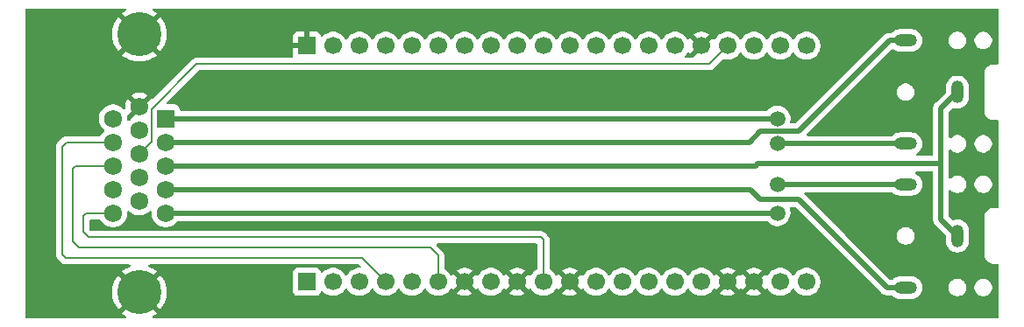
<source format=gbl>
G04 #@! TF.GenerationSoftware,KiCad,Pcbnew,9.0.2-9.0.2-0~ubuntu22.04.1*
G04 #@! TF.CreationDate,2025-07-06T23:19:01+01:00*
G04 #@! TF.ProjectId,ggroohauga-console,6767726f-6f68-4617-9567-612d636f6e73,rev?*
G04 #@! TF.SameCoordinates,Original*
G04 #@! TF.FileFunction,Copper,L2,Bot*
G04 #@! TF.FilePolarity,Positive*
%FSLAX46Y46*%
G04 Gerber Fmt 4.6, Leading zero omitted, Abs format (unit mm)*
G04 Created by KiCad (PCBNEW 9.0.2-9.0.2-0~ubuntu22.04.1) date 2025-07-06 23:19:01*
%MOMM*%
%LPD*%
G01*
G04 APERTURE LIST*
G04 #@! TA.AperFunction,ComponentPad*
%ADD10O,2.200000X1.200000*%
G04 #@! TD*
G04 #@! TA.AperFunction,ComponentPad*
%ADD11O,1.200000X2.200000*%
G04 #@! TD*
G04 #@! TA.AperFunction,ComponentPad*
%ADD12R,1.700000X1.700000*%
G04 #@! TD*
G04 #@! TA.AperFunction,ComponentPad*
%ADD13C,1.700000*%
G04 #@! TD*
G04 #@! TA.AperFunction,ComponentPad*
%ADD14C,4.266000*%
G04 #@! TD*
G04 #@! TA.AperFunction,ComponentPad*
%ADD15R,1.725000X1.725000*%
G04 #@! TD*
G04 #@! TA.AperFunction,ComponentPad*
%ADD16C,1.725000*%
G04 #@! TD*
G04 #@! TA.AperFunction,ViaPad*
%ADD17C,1.500000*%
G04 #@! TD*
G04 #@! TA.AperFunction,Conductor*
%ADD18C,0.500000*%
G04 #@! TD*
G04 #@! TA.AperFunction,Conductor*
%ADD19C,0.200000*%
G04 #@! TD*
G04 APERTURE END LIST*
D10*
X139373400Y-78019920D03*
D11*
X144373400Y-73019920D03*
D10*
X139373400Y-68019920D03*
D12*
X81534000Y-54610000D03*
D13*
X84074000Y-54610000D03*
X86614000Y-54610000D03*
X89154000Y-54610000D03*
X91694000Y-54610000D03*
X94234000Y-54610000D03*
X96774000Y-54610000D03*
X99314000Y-54610000D03*
X101854000Y-54610000D03*
X104394000Y-54610000D03*
X106934000Y-54610000D03*
X109474000Y-54610000D03*
X112014000Y-54610000D03*
X114554000Y-54610000D03*
X117094000Y-54610000D03*
X119634000Y-54610000D03*
X122174000Y-54610000D03*
X124714000Y-54610000D03*
X127254000Y-54610000D03*
X129794000Y-54610000D03*
D14*
X65379600Y-53494200D03*
X65379600Y-78484200D03*
D15*
X67919600Y-61659200D03*
D16*
X67919600Y-63949200D03*
X67919600Y-66239200D03*
X67919600Y-68529200D03*
X67919600Y-70819200D03*
X65379600Y-60514200D03*
X65379600Y-62804200D03*
X65379600Y-65094200D03*
X65379600Y-67384200D03*
X65379600Y-69674200D03*
X62839600Y-61659200D03*
X62839600Y-63949200D03*
X62839600Y-66239200D03*
X62839600Y-68529200D03*
X62839600Y-70819200D03*
D12*
X81534000Y-77470000D03*
D13*
X84074000Y-77470000D03*
X86614000Y-77470000D03*
X89154000Y-77470000D03*
X91694000Y-77470000D03*
X94234000Y-77470000D03*
X96774000Y-77470000D03*
X99314000Y-77470000D03*
X101854000Y-77470000D03*
X104394000Y-77470000D03*
X106934000Y-77470000D03*
X109474000Y-77470000D03*
X112014000Y-77470000D03*
X114554000Y-77470000D03*
X117094000Y-77470000D03*
X119634000Y-77470000D03*
X122174000Y-77470000D03*
X124714000Y-77470000D03*
X127254000Y-77470000D03*
X129794000Y-77470000D03*
D10*
X139373400Y-64105800D03*
D11*
X144373400Y-59105800D03*
D10*
X139373400Y-54105800D03*
D17*
X127000000Y-61659200D03*
X127000000Y-64105800D03*
X127000000Y-70819200D03*
X127000000Y-68019920D03*
D18*
X124299600Y-63949200D02*
X124299600Y-63939800D01*
X124299600Y-63939800D02*
X125349000Y-62890400D01*
X129032000Y-62890400D02*
X137816600Y-54105800D01*
X67919600Y-63949200D02*
X124299600Y-63949200D01*
X125349000Y-62890400D02*
X129032000Y-62890400D01*
X137816600Y-54105800D02*
X139373400Y-54105800D01*
X67919600Y-61659200D02*
X127000000Y-61659200D01*
X127000000Y-64105800D02*
X139373400Y-64105800D01*
X127000000Y-68019920D02*
X139373400Y-68019920D01*
X67919600Y-70819200D02*
X127000000Y-70819200D01*
X142795000Y-60684048D02*
X142795152Y-60684048D01*
X142795000Y-66040000D02*
X142795000Y-60684048D01*
X142795000Y-66040000D02*
X142795000Y-71441672D01*
X124895800Y-66239200D02*
X67919600Y-66239200D01*
X142795152Y-71441672D02*
X144373400Y-73019920D01*
X142795152Y-60684048D02*
X144373400Y-59105800D01*
X142795000Y-66040000D02*
X125095000Y-66040000D01*
X142795000Y-71441672D02*
X142795152Y-71441672D01*
X125095000Y-66040000D02*
X124895800Y-66239200D01*
X129032000Y-69469000D02*
X137582920Y-78019920D01*
X125349000Y-69469000D02*
X129032000Y-69469000D01*
X124409200Y-68529200D02*
X125349000Y-69469000D01*
X137582920Y-78019920D02*
X139373400Y-78019920D01*
X67919600Y-68529200D02*
X124409200Y-68529200D01*
D19*
X120396000Y-56388000D02*
X122174000Y-54610000D01*
X70880250Y-56388000D02*
X120396000Y-56388000D01*
X66542100Y-63931700D02*
X66542100Y-60726150D01*
X65379600Y-65094200D02*
X66542100Y-63931700D01*
X66542100Y-60726150D02*
X70880250Y-56388000D01*
X62839600Y-63949200D02*
X58351800Y-63949200D01*
X57912000Y-74803000D02*
X58293000Y-75184000D01*
X57912000Y-64389000D02*
X57912000Y-74803000D01*
X58351800Y-63949200D02*
X57912000Y-64389000D01*
X86868000Y-75184000D02*
X89154000Y-77470000D01*
X58293000Y-75184000D02*
X86868000Y-75184000D01*
X58928000Y-73533000D02*
X59563000Y-74168000D01*
X62839600Y-66239200D02*
X59236800Y-66239200D01*
X59563000Y-74168000D02*
X93472000Y-74168000D01*
X94234000Y-74930000D02*
X94234000Y-77470000D01*
X93472000Y-74168000D02*
X94234000Y-74930000D01*
X59236800Y-66239200D02*
X58928000Y-66548000D01*
X58928000Y-66548000D02*
X58928000Y-73533000D01*
X104394000Y-77470000D02*
X104394000Y-73406000D01*
X59944000Y-71120000D02*
X60244800Y-70819200D01*
X59944000Y-72644000D02*
X59944000Y-71120000D01*
X60244800Y-70819200D02*
X62839600Y-70819200D01*
X104140000Y-73152000D02*
X60452000Y-73152000D01*
X104394000Y-73406000D02*
X104140000Y-73152000D01*
X59944000Y-72644000D02*
X60452000Y-73152000D01*
G04 #@! TA.AperFunction,Conductor*
G36*
X64053163Y-51009385D02*
G01*
X64098918Y-51062189D01*
X64108862Y-51131347D01*
X64079837Y-51194903D01*
X64052096Y-51218694D01*
X63853559Y-51343443D01*
X63702701Y-51463747D01*
X64421003Y-52182049D01*
X64320983Y-52254719D01*
X64140119Y-52435583D01*
X64067449Y-52535603D01*
X63349147Y-51817301D01*
X63228843Y-51968159D01*
X63071501Y-52218566D01*
X62943194Y-52484999D01*
X62845517Y-52764146D01*
X62779711Y-53052461D01*
X62779708Y-53052475D01*
X62746600Y-53346327D01*
X62746600Y-53642072D01*
X62779708Y-53935924D01*
X62779711Y-53935938D01*
X62845517Y-54224253D01*
X62943194Y-54503400D01*
X63071501Y-54769833D01*
X63228842Y-55020240D01*
X63349148Y-55171097D01*
X64067449Y-54452795D01*
X64140119Y-54552817D01*
X64320983Y-54733681D01*
X64421002Y-54806349D01*
X63702701Y-55524650D01*
X63853559Y-55644957D01*
X64103966Y-55802298D01*
X64370399Y-55930605D01*
X64649546Y-56028282D01*
X64937861Y-56094088D01*
X64937875Y-56094091D01*
X65231727Y-56127199D01*
X65231731Y-56127200D01*
X65527469Y-56127200D01*
X65527472Y-56127199D01*
X65821324Y-56094091D01*
X65821338Y-56094088D01*
X66109653Y-56028282D01*
X66388800Y-55930605D01*
X66655233Y-55802298D01*
X66905641Y-55644956D01*
X67056496Y-55524651D01*
X67056497Y-55524650D01*
X66338196Y-54806350D01*
X66438217Y-54733681D01*
X66619081Y-54552817D01*
X66691750Y-54452796D01*
X67410050Y-55171097D01*
X67410051Y-55171096D01*
X67530356Y-55020241D01*
X67687698Y-54769833D01*
X67816005Y-54503400D01*
X67913682Y-54224253D01*
X67979488Y-53935938D01*
X67979491Y-53935924D01*
X68006640Y-53694968D01*
X68012599Y-53642072D01*
X68012600Y-53642068D01*
X68012600Y-53346331D01*
X68012599Y-53346327D01*
X67979491Y-53052475D01*
X67979488Y-53052461D01*
X67913682Y-52764146D01*
X67816005Y-52484999D01*
X67687698Y-52218566D01*
X67530357Y-51968159D01*
X67410050Y-51817301D01*
X66691749Y-52535602D01*
X66619081Y-52435583D01*
X66438217Y-52254719D01*
X66338196Y-52182049D01*
X67056497Y-51463748D01*
X66905640Y-51343442D01*
X66707104Y-51218694D01*
X66660813Y-51166359D01*
X66650165Y-51097306D01*
X66678540Y-51033457D01*
X66736930Y-50995085D01*
X66773076Y-50989700D01*
X148248900Y-50989700D01*
X148315939Y-51009385D01*
X148361694Y-51062189D01*
X148372900Y-51113700D01*
X148372900Y-56281300D01*
X148353215Y-56348339D01*
X148300411Y-56394094D01*
X148248900Y-56405300D01*
X147784706Y-56405300D01*
X147610741Y-56439903D01*
X147610732Y-56439906D01*
X147446859Y-56507783D01*
X147446846Y-56507790D01*
X147299365Y-56606335D01*
X147299361Y-56606338D01*
X147173938Y-56731761D01*
X147173935Y-56731765D01*
X147075390Y-56879246D01*
X147075383Y-56879259D01*
X147007506Y-57043132D01*
X147007503Y-57043141D01*
X146972900Y-57217104D01*
X146972900Y-60994495D01*
X147007503Y-61168458D01*
X147007506Y-61168467D01*
X147075383Y-61332340D01*
X147075390Y-61332353D01*
X147173935Y-61479834D01*
X147173938Y-61479838D01*
X147299361Y-61605261D01*
X147299365Y-61605264D01*
X147446846Y-61703809D01*
X147446859Y-61703816D01*
X147568656Y-61754265D01*
X147610734Y-61771694D01*
X147610736Y-61771694D01*
X147610741Y-61771696D01*
X147784704Y-61806299D01*
X147784707Y-61806300D01*
X147784709Y-61806300D01*
X147807508Y-61806300D01*
X148248900Y-61806300D01*
X148315939Y-61825985D01*
X148361694Y-61878789D01*
X148372900Y-61930300D01*
X148372900Y-70195420D01*
X148353215Y-70262459D01*
X148300411Y-70308214D01*
X148248900Y-70319420D01*
X147924782Y-70319420D01*
X147924714Y-70319400D01*
X147873400Y-70319400D01*
X147784706Y-70319400D01*
X147784704Y-70319400D01*
X147610730Y-70354006D01*
X147610723Y-70354008D01*
X147446845Y-70421892D01*
X147446837Y-70421896D01*
X147299348Y-70520450D01*
X147173919Y-70645885D01*
X147075374Y-70793379D01*
X147075372Y-70793383D01*
X147007496Y-70957267D01*
X147007493Y-70957276D01*
X146972896Y-71131244D01*
X146972896Y-71131246D01*
X146972900Y-71219896D01*
X146972900Y-74746445D01*
X146972898Y-74754045D01*
X146972897Y-74754053D01*
X146972897Y-74764928D01*
X146972897Y-74768583D01*
X146972878Y-74768647D01*
X146972883Y-74908636D01*
X146972883Y-74908637D01*
X147007495Y-75082601D01*
X147007497Y-75082610D01*
X147075381Y-75246477D01*
X147075385Y-75246485D01*
X147173931Y-75393961D01*
X147173939Y-75393971D01*
X147299360Y-75519387D01*
X147299367Y-75519392D01*
X147446848Y-75617932D01*
X147446853Y-75617935D01*
X147446856Y-75617937D01*
X147610736Y-75685816D01*
X147784709Y-75720420D01*
X147807508Y-75720420D01*
X148248900Y-75720420D01*
X148315939Y-75740105D01*
X148361694Y-75792909D01*
X148372900Y-75844420D01*
X148372900Y-80864700D01*
X148353215Y-80931739D01*
X148300411Y-80977494D01*
X148248900Y-80988700D01*
X66773076Y-80988700D01*
X66706037Y-80969015D01*
X66660282Y-80916211D01*
X66650338Y-80847053D01*
X66679363Y-80783497D01*
X66707104Y-80759706D01*
X66905641Y-80634956D01*
X67056496Y-80514651D01*
X67056497Y-80514650D01*
X66338196Y-79796350D01*
X66438217Y-79723681D01*
X66619081Y-79542817D01*
X66691750Y-79442796D01*
X67410050Y-80161097D01*
X67410051Y-80161096D01*
X67530356Y-80010241D01*
X67687698Y-79759833D01*
X67816005Y-79493400D01*
X67913682Y-79214253D01*
X67979488Y-78925938D01*
X67979491Y-78925924D01*
X68012599Y-78632072D01*
X68012600Y-78632068D01*
X68012600Y-78336331D01*
X68012599Y-78336327D01*
X67979491Y-78042475D01*
X67979488Y-78042461D01*
X67913682Y-77754146D01*
X67816005Y-77474999D01*
X67687698Y-77208566D01*
X67530357Y-76958159D01*
X67410050Y-76807301D01*
X66691749Y-77525602D01*
X66619081Y-77425583D01*
X66438217Y-77244719D01*
X66338196Y-77172049D01*
X67056497Y-76453748D01*
X66905640Y-76333442D01*
X66655233Y-76176101D01*
X66388799Y-76047794D01*
X66388795Y-76047792D01*
X66325206Y-76025542D01*
X66268430Y-75984820D01*
X66242682Y-75919867D01*
X66256138Y-75851306D01*
X66304525Y-75800903D01*
X66366160Y-75784500D01*
X86567903Y-75784500D01*
X86597343Y-75793144D01*
X86627330Y-75799668D01*
X86632345Y-75803422D01*
X86634942Y-75804185D01*
X86655584Y-75820819D01*
X86742584Y-75907819D01*
X86776069Y-75969142D01*
X86771085Y-76038834D01*
X86729213Y-76094767D01*
X86663749Y-76119184D01*
X86654903Y-76119500D01*
X86507713Y-76119500D01*
X86459042Y-76127208D01*
X86297760Y-76152753D01*
X86095585Y-76218444D01*
X85906179Y-76314951D01*
X85734213Y-76439890D01*
X85583890Y-76590213D01*
X85458949Y-76762182D01*
X85454484Y-76770946D01*
X85406509Y-76821742D01*
X85338688Y-76838536D01*
X85272553Y-76815998D01*
X85233516Y-76770946D01*
X85229050Y-76762182D01*
X85104109Y-76590213D01*
X84953786Y-76439890D01*
X84781820Y-76314951D01*
X84592414Y-76218444D01*
X84592413Y-76218443D01*
X84592412Y-76218443D01*
X84390243Y-76152754D01*
X84390241Y-76152753D01*
X84390240Y-76152753D01*
X84228957Y-76127208D01*
X84180287Y-76119500D01*
X83967713Y-76119500D01*
X83919042Y-76127208D01*
X83757760Y-76152753D01*
X83555585Y-76218444D01*
X83366179Y-76314951D01*
X83194215Y-76439889D01*
X83080673Y-76553431D01*
X83019350Y-76586915D01*
X82949658Y-76581931D01*
X82893725Y-76540059D01*
X82876810Y-76509082D01*
X82827797Y-76377671D01*
X82827793Y-76377664D01*
X82741547Y-76262455D01*
X82741544Y-76262452D01*
X82626335Y-76176206D01*
X82626328Y-76176202D01*
X82491482Y-76125908D01*
X82491483Y-76125908D01*
X82431883Y-76119501D01*
X82431881Y-76119500D01*
X82431873Y-76119500D01*
X82431864Y-76119500D01*
X80636129Y-76119500D01*
X80636123Y-76119501D01*
X80576516Y-76125908D01*
X80441671Y-76176202D01*
X80441664Y-76176206D01*
X80326455Y-76262452D01*
X80326452Y-76262455D01*
X80240206Y-76377664D01*
X80240202Y-76377671D01*
X80189908Y-76512517D01*
X80183501Y-76572116D01*
X80183500Y-76572135D01*
X80183500Y-78367870D01*
X80183501Y-78367876D01*
X80189908Y-78427483D01*
X80240202Y-78562328D01*
X80240206Y-78562335D01*
X80326452Y-78677544D01*
X80326455Y-78677547D01*
X80441664Y-78763793D01*
X80441671Y-78763797D01*
X80576517Y-78814091D01*
X80576516Y-78814091D01*
X80583444Y-78814835D01*
X80636127Y-78820500D01*
X82431872Y-78820499D01*
X82491483Y-78814091D01*
X82626331Y-78763796D01*
X82741546Y-78677546D01*
X82827796Y-78562331D01*
X82876810Y-78430916D01*
X82918681Y-78374984D01*
X82984145Y-78350566D01*
X83052418Y-78365417D01*
X83080673Y-78386569D01*
X83194213Y-78500109D01*
X83366179Y-78625048D01*
X83366181Y-78625049D01*
X83366184Y-78625051D01*
X83555588Y-78721557D01*
X83757757Y-78787246D01*
X83967713Y-78820500D01*
X83967714Y-78820500D01*
X84180286Y-78820500D01*
X84180287Y-78820500D01*
X84390243Y-78787246D01*
X84592412Y-78721557D01*
X84781816Y-78625051D01*
X84868138Y-78562335D01*
X84953786Y-78500109D01*
X84953788Y-78500106D01*
X84953792Y-78500104D01*
X85104104Y-78349792D01*
X85104106Y-78349788D01*
X85104109Y-78349786D01*
X85229048Y-78177820D01*
X85229047Y-78177820D01*
X85229051Y-78177816D01*
X85233514Y-78169054D01*
X85281488Y-78118259D01*
X85349308Y-78101463D01*
X85415444Y-78123999D01*
X85454486Y-78169056D01*
X85458951Y-78177820D01*
X85583890Y-78349786D01*
X85734213Y-78500109D01*
X85906179Y-78625048D01*
X85906181Y-78625049D01*
X85906184Y-78625051D01*
X86095588Y-78721557D01*
X86297757Y-78787246D01*
X86507713Y-78820500D01*
X86507714Y-78820500D01*
X86720286Y-78820500D01*
X86720287Y-78820500D01*
X86930243Y-78787246D01*
X87132412Y-78721557D01*
X87321816Y-78625051D01*
X87408138Y-78562335D01*
X87493786Y-78500109D01*
X87493788Y-78500106D01*
X87493792Y-78500104D01*
X87644104Y-78349792D01*
X87644106Y-78349788D01*
X87644109Y-78349786D01*
X87769048Y-78177820D01*
X87769047Y-78177820D01*
X87769051Y-78177816D01*
X87773514Y-78169054D01*
X87821488Y-78118259D01*
X87889308Y-78101463D01*
X87955444Y-78123999D01*
X87994486Y-78169056D01*
X87998951Y-78177820D01*
X88123890Y-78349786D01*
X88274213Y-78500109D01*
X88446179Y-78625048D01*
X88446181Y-78625049D01*
X88446184Y-78625051D01*
X88635588Y-78721557D01*
X88837757Y-78787246D01*
X89047713Y-78820500D01*
X89047714Y-78820500D01*
X89260286Y-78820500D01*
X89260287Y-78820500D01*
X89470243Y-78787246D01*
X89672412Y-78721557D01*
X89861816Y-78625051D01*
X89948138Y-78562335D01*
X90033786Y-78500109D01*
X90033788Y-78500106D01*
X90033792Y-78500104D01*
X90184104Y-78349792D01*
X90184106Y-78349788D01*
X90184109Y-78349786D01*
X90309048Y-78177820D01*
X90309047Y-78177820D01*
X90309051Y-78177816D01*
X90313514Y-78169054D01*
X90361488Y-78118259D01*
X90429308Y-78101463D01*
X90495444Y-78123999D01*
X90534486Y-78169056D01*
X90538951Y-78177820D01*
X90663890Y-78349786D01*
X90814213Y-78500109D01*
X90986179Y-78625048D01*
X90986181Y-78625049D01*
X90986184Y-78625051D01*
X91175588Y-78721557D01*
X91377757Y-78787246D01*
X91587713Y-78820500D01*
X91587714Y-78820500D01*
X91800286Y-78820500D01*
X91800287Y-78820500D01*
X92010243Y-78787246D01*
X92212412Y-78721557D01*
X92401816Y-78625051D01*
X92488138Y-78562335D01*
X92573786Y-78500109D01*
X92573788Y-78500106D01*
X92573792Y-78500104D01*
X92724104Y-78349792D01*
X92724106Y-78349788D01*
X92724109Y-78349786D01*
X92849048Y-78177820D01*
X92849047Y-78177820D01*
X92849051Y-78177816D01*
X92853514Y-78169054D01*
X92901488Y-78118259D01*
X92969308Y-78101463D01*
X93035444Y-78123999D01*
X93074486Y-78169056D01*
X93078951Y-78177820D01*
X93203890Y-78349786D01*
X93354213Y-78500109D01*
X93526179Y-78625048D01*
X93526181Y-78625049D01*
X93526184Y-78625051D01*
X93715588Y-78721557D01*
X93917757Y-78787246D01*
X94127713Y-78820500D01*
X94127714Y-78820500D01*
X94340286Y-78820500D01*
X94340287Y-78820500D01*
X94550243Y-78787246D01*
X94752412Y-78721557D01*
X94941816Y-78625051D01*
X95028138Y-78562335D01*
X95113786Y-78500109D01*
X95113788Y-78500106D01*
X95113792Y-78500104D01*
X95264104Y-78349792D01*
X95264106Y-78349788D01*
X95264109Y-78349786D01*
X95349890Y-78231717D01*
X95389051Y-78177816D01*
X95393793Y-78168508D01*
X95441763Y-78117711D01*
X95509583Y-78100911D01*
X95575719Y-78123445D01*
X95614763Y-78168500D01*
X95619373Y-78177547D01*
X95658728Y-78231716D01*
X96291037Y-77599408D01*
X96308075Y-77662993D01*
X96373901Y-77777007D01*
X96466993Y-77870099D01*
X96581007Y-77935925D01*
X96644590Y-77952962D01*
X96012282Y-78585269D01*
X96012282Y-78585270D01*
X96066449Y-78624624D01*
X96255782Y-78721095D01*
X96457870Y-78786757D01*
X96667754Y-78820000D01*
X96880246Y-78820000D01*
X97090127Y-78786757D01*
X97090130Y-78786757D01*
X97292217Y-78721095D01*
X97481554Y-78624622D01*
X97535716Y-78585270D01*
X97535717Y-78585270D01*
X96903408Y-77952962D01*
X96966993Y-77935925D01*
X97081007Y-77870099D01*
X97174099Y-77777007D01*
X97239925Y-77662993D01*
X97256962Y-77599408D01*
X97889270Y-78231717D01*
X97889270Y-78231716D01*
X97928622Y-78177555D01*
X97933232Y-78168507D01*
X97981205Y-78117709D01*
X98049025Y-78100912D01*
X98115161Y-78123447D01*
X98154204Y-78168504D01*
X98158949Y-78177817D01*
X98283890Y-78349786D01*
X98434213Y-78500109D01*
X98606179Y-78625048D01*
X98606181Y-78625049D01*
X98606184Y-78625051D01*
X98795588Y-78721557D01*
X98997757Y-78787246D01*
X99207713Y-78820500D01*
X99207714Y-78820500D01*
X99420286Y-78820500D01*
X99420287Y-78820500D01*
X99630243Y-78787246D01*
X99832412Y-78721557D01*
X100021816Y-78625051D01*
X100108138Y-78562335D01*
X100193786Y-78500109D01*
X100193788Y-78500106D01*
X100193792Y-78500104D01*
X100344104Y-78349792D01*
X100344106Y-78349788D01*
X100344109Y-78349786D01*
X100429890Y-78231717D01*
X100469051Y-78177816D01*
X100473793Y-78168508D01*
X100521763Y-78117711D01*
X100589583Y-78100911D01*
X100655719Y-78123445D01*
X100694763Y-78168500D01*
X100699373Y-78177547D01*
X100738728Y-78231716D01*
X101371037Y-77599408D01*
X101388075Y-77662993D01*
X101453901Y-77777007D01*
X101546993Y-77870099D01*
X101661007Y-77935925D01*
X101724590Y-77952962D01*
X101092282Y-78585269D01*
X101092282Y-78585270D01*
X101146449Y-78624624D01*
X101335782Y-78721095D01*
X101537870Y-78786757D01*
X101747754Y-78820000D01*
X101960246Y-78820000D01*
X102170127Y-78786757D01*
X102170130Y-78786757D01*
X102372217Y-78721095D01*
X102561554Y-78624622D01*
X102615716Y-78585270D01*
X102615717Y-78585270D01*
X101983408Y-77952962D01*
X102046993Y-77935925D01*
X102161007Y-77870099D01*
X102254099Y-77777007D01*
X102319925Y-77662993D01*
X102336962Y-77599409D01*
X102969270Y-78231717D01*
X102969270Y-78231716D01*
X103008622Y-78177555D01*
X103013232Y-78168507D01*
X103061205Y-78117709D01*
X103129025Y-78100912D01*
X103195161Y-78123447D01*
X103234204Y-78168504D01*
X103238949Y-78177817D01*
X103363890Y-78349786D01*
X103514213Y-78500109D01*
X103686179Y-78625048D01*
X103686181Y-78625049D01*
X103686184Y-78625051D01*
X103875588Y-78721557D01*
X104077757Y-78787246D01*
X104287713Y-78820500D01*
X104287714Y-78820500D01*
X104500286Y-78820500D01*
X104500287Y-78820500D01*
X104710243Y-78787246D01*
X104912412Y-78721557D01*
X105101816Y-78625051D01*
X105188138Y-78562335D01*
X105273786Y-78500109D01*
X105273788Y-78500106D01*
X105273792Y-78500104D01*
X105424104Y-78349792D01*
X105424106Y-78349788D01*
X105424109Y-78349786D01*
X105509890Y-78231717D01*
X105549051Y-78177816D01*
X105553793Y-78168508D01*
X105601763Y-78117711D01*
X105669583Y-78100911D01*
X105735719Y-78123445D01*
X105774763Y-78168500D01*
X105779373Y-78177547D01*
X105818728Y-78231716D01*
X106451037Y-77599408D01*
X106468075Y-77662993D01*
X106533901Y-77777007D01*
X106626993Y-77870099D01*
X106741007Y-77935925D01*
X106804590Y-77952962D01*
X106172282Y-78585269D01*
X106172282Y-78585270D01*
X106226449Y-78624624D01*
X106415782Y-78721095D01*
X106617870Y-78786757D01*
X106827754Y-78820000D01*
X107040246Y-78820000D01*
X107250127Y-78786757D01*
X107250130Y-78786757D01*
X107452217Y-78721095D01*
X107641554Y-78624622D01*
X107695716Y-78585270D01*
X107695717Y-78585270D01*
X107063408Y-77952962D01*
X107126993Y-77935925D01*
X107241007Y-77870099D01*
X107334099Y-77777007D01*
X107399925Y-77662993D01*
X107416962Y-77599408D01*
X108049270Y-78231717D01*
X108049270Y-78231716D01*
X108088622Y-78177555D01*
X108093232Y-78168507D01*
X108141205Y-78117709D01*
X108209025Y-78100912D01*
X108275161Y-78123447D01*
X108314204Y-78168504D01*
X108318949Y-78177817D01*
X108443890Y-78349786D01*
X108594213Y-78500109D01*
X108766179Y-78625048D01*
X108766181Y-78625049D01*
X108766184Y-78625051D01*
X108955588Y-78721557D01*
X109157757Y-78787246D01*
X109367713Y-78820500D01*
X109367714Y-78820500D01*
X109580286Y-78820500D01*
X109580287Y-78820500D01*
X109790243Y-78787246D01*
X109992412Y-78721557D01*
X110181816Y-78625051D01*
X110268138Y-78562335D01*
X110353786Y-78500109D01*
X110353788Y-78500106D01*
X110353792Y-78500104D01*
X110504104Y-78349792D01*
X110504106Y-78349788D01*
X110504109Y-78349786D01*
X110629048Y-78177820D01*
X110629047Y-78177820D01*
X110629051Y-78177816D01*
X110633514Y-78169054D01*
X110681488Y-78118259D01*
X110749308Y-78101463D01*
X110815444Y-78123999D01*
X110854486Y-78169056D01*
X110858951Y-78177820D01*
X110983890Y-78349786D01*
X111134213Y-78500109D01*
X111306179Y-78625048D01*
X111306181Y-78625049D01*
X111306184Y-78625051D01*
X111495588Y-78721557D01*
X111697757Y-78787246D01*
X111907713Y-78820500D01*
X111907714Y-78820500D01*
X112120286Y-78820500D01*
X112120287Y-78820500D01*
X112330243Y-78787246D01*
X112532412Y-78721557D01*
X112721816Y-78625051D01*
X112808138Y-78562335D01*
X112893786Y-78500109D01*
X112893788Y-78500106D01*
X112893792Y-78500104D01*
X113044104Y-78349792D01*
X113044106Y-78349788D01*
X113044109Y-78349786D01*
X113169048Y-78177820D01*
X113169047Y-78177820D01*
X113169051Y-78177816D01*
X113173514Y-78169054D01*
X113221488Y-78118259D01*
X113289308Y-78101463D01*
X113355444Y-78123999D01*
X113394486Y-78169056D01*
X113398951Y-78177820D01*
X113523890Y-78349786D01*
X113674213Y-78500109D01*
X113846179Y-78625048D01*
X113846181Y-78625049D01*
X113846184Y-78625051D01*
X114035588Y-78721557D01*
X114237757Y-78787246D01*
X114447713Y-78820500D01*
X114447714Y-78820500D01*
X114660286Y-78820500D01*
X114660287Y-78820500D01*
X114870243Y-78787246D01*
X115072412Y-78721557D01*
X115261816Y-78625051D01*
X115348138Y-78562335D01*
X115433786Y-78500109D01*
X115433788Y-78500106D01*
X115433792Y-78500104D01*
X115584104Y-78349792D01*
X115584106Y-78349788D01*
X115584109Y-78349786D01*
X115709048Y-78177820D01*
X115709047Y-78177820D01*
X115709051Y-78177816D01*
X115713514Y-78169054D01*
X115761488Y-78118259D01*
X115829308Y-78101463D01*
X115895444Y-78123999D01*
X115934486Y-78169056D01*
X115938951Y-78177820D01*
X116063890Y-78349786D01*
X116214213Y-78500109D01*
X116386179Y-78625048D01*
X116386181Y-78625049D01*
X116386184Y-78625051D01*
X116575588Y-78721557D01*
X116777757Y-78787246D01*
X116987713Y-78820500D01*
X116987714Y-78820500D01*
X117200286Y-78820500D01*
X117200287Y-78820500D01*
X117410243Y-78787246D01*
X117612412Y-78721557D01*
X117801816Y-78625051D01*
X117888138Y-78562335D01*
X117973786Y-78500109D01*
X117973788Y-78500106D01*
X117973792Y-78500104D01*
X118124104Y-78349792D01*
X118124106Y-78349788D01*
X118124109Y-78349786D01*
X118249048Y-78177820D01*
X118249047Y-78177820D01*
X118249051Y-78177816D01*
X118253514Y-78169054D01*
X118301488Y-78118259D01*
X118369308Y-78101463D01*
X118435444Y-78123999D01*
X118474486Y-78169056D01*
X118478951Y-78177820D01*
X118603890Y-78349786D01*
X118754213Y-78500109D01*
X118926179Y-78625048D01*
X118926181Y-78625049D01*
X118926184Y-78625051D01*
X119115588Y-78721557D01*
X119317757Y-78787246D01*
X119527713Y-78820500D01*
X119527714Y-78820500D01*
X119740286Y-78820500D01*
X119740287Y-78820500D01*
X119950243Y-78787246D01*
X120152412Y-78721557D01*
X120341816Y-78625051D01*
X120428138Y-78562335D01*
X120513786Y-78500109D01*
X120513788Y-78500106D01*
X120513792Y-78500104D01*
X120664104Y-78349792D01*
X120664106Y-78349788D01*
X120664109Y-78349786D01*
X120749890Y-78231717D01*
X120789051Y-78177816D01*
X120793793Y-78168508D01*
X120841763Y-78117711D01*
X120909583Y-78100911D01*
X120975719Y-78123445D01*
X121014763Y-78168500D01*
X121019373Y-78177547D01*
X121058728Y-78231716D01*
X121691037Y-77599408D01*
X121708075Y-77662993D01*
X121773901Y-77777007D01*
X121866993Y-77870099D01*
X121981007Y-77935925D01*
X122044590Y-77952962D01*
X121412282Y-78585269D01*
X121412282Y-78585270D01*
X121466449Y-78624624D01*
X121655782Y-78721095D01*
X121857870Y-78786757D01*
X122067754Y-78820000D01*
X122280246Y-78820000D01*
X122490127Y-78786757D01*
X122490130Y-78786757D01*
X122692217Y-78721095D01*
X122881554Y-78624622D01*
X122935716Y-78585270D01*
X122935717Y-78585270D01*
X122303408Y-77952962D01*
X122366993Y-77935925D01*
X122481007Y-77870099D01*
X122574099Y-77777007D01*
X122639925Y-77662993D01*
X122656962Y-77599409D01*
X123289270Y-78231717D01*
X123289270Y-78231716D01*
X123328622Y-78177554D01*
X123333514Y-78167954D01*
X123381488Y-78117157D01*
X123449308Y-78100361D01*
X123515444Y-78122897D01*
X123554486Y-78167954D01*
X123559375Y-78177550D01*
X123598728Y-78231716D01*
X124231037Y-77599408D01*
X124248075Y-77662993D01*
X124313901Y-77777007D01*
X124406993Y-77870099D01*
X124521007Y-77935925D01*
X124584590Y-77952962D01*
X123952282Y-78585269D01*
X123952282Y-78585270D01*
X124006449Y-78624624D01*
X124195782Y-78721095D01*
X124397870Y-78786757D01*
X124607754Y-78820000D01*
X124820246Y-78820000D01*
X125030127Y-78786757D01*
X125030130Y-78786757D01*
X125232217Y-78721095D01*
X125421554Y-78624622D01*
X125475716Y-78585270D01*
X125475717Y-78585270D01*
X124843408Y-77952962D01*
X124906993Y-77935925D01*
X125021007Y-77870099D01*
X125114099Y-77777007D01*
X125179925Y-77662993D01*
X125196962Y-77599408D01*
X125829270Y-78231717D01*
X125829270Y-78231716D01*
X125868622Y-78177555D01*
X125873232Y-78168507D01*
X125921205Y-78117709D01*
X125989025Y-78100912D01*
X126055161Y-78123447D01*
X126094204Y-78168504D01*
X126098949Y-78177817D01*
X126223890Y-78349786D01*
X126374213Y-78500109D01*
X126546179Y-78625048D01*
X126546181Y-78625049D01*
X126546184Y-78625051D01*
X126735588Y-78721557D01*
X126937757Y-78787246D01*
X127147713Y-78820500D01*
X127147714Y-78820500D01*
X127360286Y-78820500D01*
X127360287Y-78820500D01*
X127570243Y-78787246D01*
X127772412Y-78721557D01*
X127961816Y-78625051D01*
X128048138Y-78562335D01*
X128133786Y-78500109D01*
X128133788Y-78500106D01*
X128133792Y-78500104D01*
X128284104Y-78349792D01*
X128284106Y-78349788D01*
X128284109Y-78349786D01*
X128409048Y-78177820D01*
X128409047Y-78177820D01*
X128409051Y-78177816D01*
X128413514Y-78169054D01*
X128461488Y-78118259D01*
X128529308Y-78101463D01*
X128595444Y-78123999D01*
X128634486Y-78169056D01*
X128638951Y-78177820D01*
X128763890Y-78349786D01*
X128914213Y-78500109D01*
X129086179Y-78625048D01*
X129086181Y-78625049D01*
X129086184Y-78625051D01*
X129275588Y-78721557D01*
X129477757Y-78787246D01*
X129687713Y-78820500D01*
X129687714Y-78820500D01*
X129900286Y-78820500D01*
X129900287Y-78820500D01*
X130110243Y-78787246D01*
X130312412Y-78721557D01*
X130501816Y-78625051D01*
X130588138Y-78562335D01*
X130673786Y-78500109D01*
X130673788Y-78500106D01*
X130673792Y-78500104D01*
X130824104Y-78349792D01*
X130824106Y-78349788D01*
X130824109Y-78349786D01*
X130949048Y-78177820D01*
X130949047Y-78177820D01*
X130949051Y-78177816D01*
X131045557Y-77988412D01*
X131111246Y-77786243D01*
X131144500Y-77576287D01*
X131144500Y-77363713D01*
X131111246Y-77153757D01*
X131045557Y-76951588D01*
X130949051Y-76762184D01*
X130949049Y-76762181D01*
X130949048Y-76762179D01*
X130824109Y-76590213D01*
X130673786Y-76439890D01*
X130501820Y-76314951D01*
X130312414Y-76218444D01*
X130312413Y-76218443D01*
X130312412Y-76218443D01*
X130110243Y-76152754D01*
X130110241Y-76152753D01*
X130110240Y-76152753D01*
X129948957Y-76127208D01*
X129900287Y-76119500D01*
X129687713Y-76119500D01*
X129639042Y-76127208D01*
X129477760Y-76152753D01*
X129275585Y-76218444D01*
X129086179Y-76314951D01*
X128914213Y-76439890D01*
X128763890Y-76590213D01*
X128638949Y-76762182D01*
X128634484Y-76770946D01*
X128586509Y-76821742D01*
X128518688Y-76838536D01*
X128452553Y-76815998D01*
X128413516Y-76770946D01*
X128409050Y-76762182D01*
X128284109Y-76590213D01*
X128133786Y-76439890D01*
X127961820Y-76314951D01*
X127772414Y-76218444D01*
X127772413Y-76218443D01*
X127772412Y-76218443D01*
X127570243Y-76152754D01*
X127570241Y-76152753D01*
X127570240Y-76152753D01*
X127408957Y-76127208D01*
X127360287Y-76119500D01*
X127147713Y-76119500D01*
X127099042Y-76127208D01*
X126937760Y-76152753D01*
X126735585Y-76218444D01*
X126546179Y-76314951D01*
X126374213Y-76439890D01*
X126223890Y-76590213D01*
X126098949Y-76762182D01*
X126094202Y-76771499D01*
X126046227Y-76822293D01*
X125978405Y-76839087D01*
X125912271Y-76816548D01*
X125873234Y-76771495D01*
X125868626Y-76762452D01*
X125829270Y-76708282D01*
X125196962Y-77340590D01*
X125179925Y-77277007D01*
X125114099Y-77162993D01*
X125021007Y-77069901D01*
X124906993Y-77004075D01*
X124843409Y-76987037D01*
X125475716Y-76354728D01*
X125421550Y-76315375D01*
X125232217Y-76218904D01*
X125030129Y-76153242D01*
X124820246Y-76120000D01*
X124607754Y-76120000D01*
X124397872Y-76153242D01*
X124397869Y-76153242D01*
X124195782Y-76218904D01*
X124006439Y-76315380D01*
X123952282Y-76354727D01*
X123952282Y-76354728D01*
X124584591Y-76987037D01*
X124521007Y-77004075D01*
X124406993Y-77069901D01*
X124313901Y-77162993D01*
X124248075Y-77277007D01*
X124231037Y-77340591D01*
X123598728Y-76708282D01*
X123598727Y-76708282D01*
X123559380Y-76762440D01*
X123554483Y-76772051D01*
X123506506Y-76822845D01*
X123438684Y-76839638D01*
X123372550Y-76817098D01*
X123333516Y-76772048D01*
X123328626Y-76762452D01*
X123289270Y-76708282D01*
X122656962Y-77340590D01*
X122639925Y-77277007D01*
X122574099Y-77162993D01*
X122481007Y-77069901D01*
X122366993Y-77004075D01*
X122303409Y-76987037D01*
X122935716Y-76354728D01*
X122881550Y-76315375D01*
X122692217Y-76218904D01*
X122490129Y-76153242D01*
X122280246Y-76120000D01*
X122067754Y-76120000D01*
X121857872Y-76153242D01*
X121857869Y-76153242D01*
X121655782Y-76218904D01*
X121466439Y-76315380D01*
X121412282Y-76354727D01*
X121412282Y-76354728D01*
X122044591Y-76987037D01*
X121981007Y-77004075D01*
X121866993Y-77069901D01*
X121773901Y-77162993D01*
X121708075Y-77277007D01*
X121691037Y-77340591D01*
X121058728Y-76708282D01*
X121058727Y-76708282D01*
X121019380Y-76762440D01*
X121019376Y-76762446D01*
X121014760Y-76771505D01*
X120966781Y-76822297D01*
X120898959Y-76839087D01*
X120832826Y-76816543D01*
X120793794Y-76771493D01*
X120789051Y-76762184D01*
X120789049Y-76762181D01*
X120789048Y-76762179D01*
X120664109Y-76590213D01*
X120513786Y-76439890D01*
X120341820Y-76314951D01*
X120152414Y-76218444D01*
X120152413Y-76218443D01*
X120152412Y-76218443D01*
X119950243Y-76152754D01*
X119950241Y-76152753D01*
X119950240Y-76152753D01*
X119788957Y-76127208D01*
X119740287Y-76119500D01*
X119527713Y-76119500D01*
X119479042Y-76127208D01*
X119317760Y-76152753D01*
X119115585Y-76218444D01*
X118926179Y-76314951D01*
X118754213Y-76439890D01*
X118603890Y-76590213D01*
X118478949Y-76762182D01*
X118474484Y-76770946D01*
X118426509Y-76821742D01*
X118358688Y-76838536D01*
X118292553Y-76815998D01*
X118253516Y-76770946D01*
X118249050Y-76762182D01*
X118124109Y-76590213D01*
X117973786Y-76439890D01*
X117801820Y-76314951D01*
X117612414Y-76218444D01*
X117612413Y-76218443D01*
X117612412Y-76218443D01*
X117410243Y-76152754D01*
X117410241Y-76152753D01*
X117410240Y-76152753D01*
X117248957Y-76127208D01*
X117200287Y-76119500D01*
X116987713Y-76119500D01*
X116939042Y-76127208D01*
X116777760Y-76152753D01*
X116575585Y-76218444D01*
X116386179Y-76314951D01*
X116214213Y-76439890D01*
X116063890Y-76590213D01*
X115938949Y-76762182D01*
X115934484Y-76770946D01*
X115886509Y-76821742D01*
X115818688Y-76838536D01*
X115752553Y-76815998D01*
X115713516Y-76770946D01*
X115709050Y-76762182D01*
X115584109Y-76590213D01*
X115433786Y-76439890D01*
X115261820Y-76314951D01*
X115072414Y-76218444D01*
X115072413Y-76218443D01*
X115072412Y-76218443D01*
X114870243Y-76152754D01*
X114870241Y-76152753D01*
X114870240Y-76152753D01*
X114708957Y-76127208D01*
X114660287Y-76119500D01*
X114447713Y-76119500D01*
X114399042Y-76127208D01*
X114237760Y-76152753D01*
X114035585Y-76218444D01*
X113846179Y-76314951D01*
X113674213Y-76439890D01*
X113523890Y-76590213D01*
X113398949Y-76762182D01*
X113394484Y-76770946D01*
X113346509Y-76821742D01*
X113278688Y-76838536D01*
X113212553Y-76815998D01*
X113173516Y-76770946D01*
X113169050Y-76762182D01*
X113044109Y-76590213D01*
X112893786Y-76439890D01*
X112721820Y-76314951D01*
X112532414Y-76218444D01*
X112532413Y-76218443D01*
X112532412Y-76218443D01*
X112330243Y-76152754D01*
X112330241Y-76152753D01*
X112330240Y-76152753D01*
X112168957Y-76127208D01*
X112120287Y-76119500D01*
X111907713Y-76119500D01*
X111859042Y-76127208D01*
X111697760Y-76152753D01*
X111495585Y-76218444D01*
X111306179Y-76314951D01*
X111134213Y-76439890D01*
X110983890Y-76590213D01*
X110858949Y-76762182D01*
X110854484Y-76770946D01*
X110806509Y-76821742D01*
X110738688Y-76838536D01*
X110672553Y-76815998D01*
X110633516Y-76770946D01*
X110629050Y-76762182D01*
X110504109Y-76590213D01*
X110353786Y-76439890D01*
X110181820Y-76314951D01*
X109992414Y-76218444D01*
X109992413Y-76218443D01*
X109992412Y-76218443D01*
X109790243Y-76152754D01*
X109790241Y-76152753D01*
X109790240Y-76152753D01*
X109628957Y-76127208D01*
X109580287Y-76119500D01*
X109367713Y-76119500D01*
X109319042Y-76127208D01*
X109157760Y-76152753D01*
X108955585Y-76218444D01*
X108766179Y-76314951D01*
X108594213Y-76439890D01*
X108443890Y-76590213D01*
X108318949Y-76762182D01*
X108314202Y-76771499D01*
X108266227Y-76822293D01*
X108198405Y-76839087D01*
X108132271Y-76816548D01*
X108093234Y-76771495D01*
X108088626Y-76762452D01*
X108049270Y-76708282D01*
X108049269Y-76708282D01*
X107416962Y-77340590D01*
X107399925Y-77277007D01*
X107334099Y-77162993D01*
X107241007Y-77069901D01*
X107126993Y-77004075D01*
X107063409Y-76987037D01*
X107695716Y-76354728D01*
X107641550Y-76315375D01*
X107452217Y-76218904D01*
X107250129Y-76153242D01*
X107040246Y-76120000D01*
X106827754Y-76120000D01*
X106617872Y-76153242D01*
X106617869Y-76153242D01*
X106415782Y-76218904D01*
X106226439Y-76315380D01*
X106172282Y-76354727D01*
X106172282Y-76354728D01*
X106804591Y-76987037D01*
X106741007Y-77004075D01*
X106626993Y-77069901D01*
X106533901Y-77162993D01*
X106468075Y-77277007D01*
X106451037Y-77340591D01*
X105818728Y-76708282D01*
X105818727Y-76708282D01*
X105779380Y-76762440D01*
X105779376Y-76762446D01*
X105774760Y-76771505D01*
X105726781Y-76822297D01*
X105658959Y-76839087D01*
X105592826Y-76816543D01*
X105553794Y-76771493D01*
X105549051Y-76762184D01*
X105549049Y-76762181D01*
X105549048Y-76762179D01*
X105424109Y-76590213D01*
X105273786Y-76439890D01*
X105101815Y-76314948D01*
X105101814Y-76314947D01*
X105062205Y-76294765D01*
X105011409Y-76246791D01*
X104994500Y-76184281D01*
X104994500Y-73326945D01*
X104994500Y-73326943D01*
X104968808Y-73231057D01*
X104953577Y-73174215D01*
X104907171Y-73093838D01*
X104874520Y-73037284D01*
X104762716Y-72925480D01*
X104758385Y-72921149D01*
X104758374Y-72921139D01*
X104627590Y-72790355D01*
X104627588Y-72790352D01*
X104508717Y-72671481D01*
X104508709Y-72671475D01*
X104414453Y-72617057D01*
X104414451Y-72617056D01*
X104371790Y-72592425D01*
X104371789Y-72592424D01*
X104359263Y-72589067D01*
X104219057Y-72551499D01*
X104060943Y-72551499D01*
X104053347Y-72551499D01*
X104053331Y-72551500D01*
X60752097Y-72551500D01*
X60722656Y-72542855D01*
X60692670Y-72536332D01*
X60687654Y-72532577D01*
X60685058Y-72531815D01*
X60664416Y-72515181D01*
X60580819Y-72431584D01*
X60547334Y-72370261D01*
X60544500Y-72343903D01*
X60544500Y-71543700D01*
X60564185Y-71476661D01*
X60616989Y-71430906D01*
X60668500Y-71419700D01*
X61539852Y-71419700D01*
X61606891Y-71439385D01*
X61650336Y-71487404D01*
X61673858Y-71533568D01*
X61799962Y-71707135D01*
X61951665Y-71858838D01*
X62125232Y-71984942D01*
X62210069Y-72028169D01*
X62316384Y-72082340D01*
X62316386Y-72082340D01*
X62316389Y-72082342D01*
X62362964Y-72097475D01*
X62520429Y-72148639D01*
X62732325Y-72182200D01*
X62732330Y-72182200D01*
X62946875Y-72182200D01*
X63158770Y-72148639D01*
X63362811Y-72082342D01*
X63553968Y-71984942D01*
X63727535Y-71858838D01*
X63879238Y-71707135D01*
X64005342Y-71533568D01*
X64102742Y-71342411D01*
X64169039Y-71138370D01*
X64178396Y-71079290D01*
X64202600Y-70926475D01*
X64202600Y-70724135D01*
X64222285Y-70657096D01*
X64275089Y-70611341D01*
X64344247Y-70601397D01*
X64407803Y-70630422D01*
X64414281Y-70636454D01*
X64491665Y-70713838D01*
X64665232Y-70839942D01*
X64755543Y-70885958D01*
X64856384Y-70937340D01*
X64856386Y-70937340D01*
X64856389Y-70937342D01*
X64965760Y-70972878D01*
X65060429Y-71003639D01*
X65272325Y-71037200D01*
X65272330Y-71037200D01*
X65486875Y-71037200D01*
X65698770Y-71003639D01*
X65902811Y-70937342D01*
X66093968Y-70839942D01*
X66267535Y-70713838D01*
X66344919Y-70636454D01*
X66406242Y-70602969D01*
X66475934Y-70607953D01*
X66531867Y-70649825D01*
X66556284Y-70715289D01*
X66556600Y-70724135D01*
X66556600Y-70926475D01*
X66590160Y-71138370D01*
X66656459Y-71342415D01*
X66744698Y-71515590D01*
X66753858Y-71533568D01*
X66879962Y-71707135D01*
X67031665Y-71858838D01*
X67205232Y-71984942D01*
X67290069Y-72028169D01*
X67396384Y-72082340D01*
X67396386Y-72082340D01*
X67396389Y-72082342D01*
X67442964Y-72097475D01*
X67600429Y-72148639D01*
X67812325Y-72182200D01*
X67812330Y-72182200D01*
X68026875Y-72182200D01*
X68238770Y-72148639D01*
X68442811Y-72082342D01*
X68633968Y-71984942D01*
X68807535Y-71858838D01*
X68959238Y-71707135D01*
X69021954Y-71620813D01*
X69077285Y-71578149D01*
X69122272Y-71569700D01*
X125936386Y-71569700D01*
X126003425Y-71589385D01*
X126036702Y-71620812D01*
X126046172Y-71633846D01*
X126185354Y-71773028D01*
X126344595Y-71888724D01*
X126406147Y-71920086D01*
X126519970Y-71978082D01*
X126519972Y-71978082D01*
X126519975Y-71978084D01*
X126620317Y-72010687D01*
X126707173Y-72038909D01*
X126901578Y-72069700D01*
X126901583Y-72069700D01*
X127098422Y-72069700D01*
X127292826Y-72038909D01*
X127325880Y-72028169D01*
X127480025Y-71978084D01*
X127655405Y-71888724D01*
X127814646Y-71773028D01*
X127953828Y-71633846D01*
X128069524Y-71474605D01*
X128158884Y-71299225D01*
X128219709Y-71112026D01*
X128244220Y-70957269D01*
X128250500Y-70917622D01*
X128250500Y-70720777D01*
X128219709Y-70526373D01*
X128172740Y-70381819D01*
X128170745Y-70311977D01*
X128206825Y-70252144D01*
X128269526Y-70221316D01*
X128290671Y-70219500D01*
X128669770Y-70219500D01*
X128736809Y-70239185D01*
X128757451Y-70255819D01*
X137104506Y-78602874D01*
X137118300Y-78612090D01*
X137178190Y-78652106D01*
X137227425Y-78685004D01*
X137227426Y-78685004D01*
X137227427Y-78685005D01*
X137227429Y-78685006D01*
X137364002Y-78741576D01*
X137364007Y-78741578D01*
X137364011Y-78741578D01*
X137364012Y-78741579D01*
X137508999Y-78770420D01*
X137509002Y-78770420D01*
X137509003Y-78770420D01*
X137656837Y-78770420D01*
X138016196Y-78770420D01*
X138083235Y-78790105D01*
X138103877Y-78806739D01*
X138156472Y-78859334D01*
X138296612Y-78961152D01*
X138450955Y-79039793D01*
X138615699Y-79093322D01*
X138786789Y-79120420D01*
X138786790Y-79120420D01*
X139960010Y-79120420D01*
X139960011Y-79120420D01*
X140131101Y-79093322D01*
X140295845Y-79039793D01*
X140450188Y-78961152D01*
X140590328Y-78859334D01*
X140712814Y-78736848D01*
X140814632Y-78596708D01*
X140893273Y-78442365D01*
X140946802Y-78277621D01*
X140973900Y-78106531D01*
X140973900Y-77936148D01*
X143522900Y-77936148D01*
X143522900Y-78103691D01*
X143555582Y-78267994D01*
X143555584Y-78268002D01*
X143619695Y-78422780D01*
X143712773Y-78562082D01*
X143831237Y-78680546D01*
X143922575Y-78741576D01*
X143970537Y-78773623D01*
X143970538Y-78773623D01*
X143970539Y-78773624D01*
X144005601Y-78788147D01*
X144125318Y-78837736D01*
X144260987Y-78864722D01*
X144289628Y-78870419D01*
X144289632Y-78870420D01*
X144289633Y-78870420D01*
X144457168Y-78870420D01*
X144457169Y-78870419D01*
X144621482Y-78837736D01*
X144776263Y-78773623D01*
X144915562Y-78680546D01*
X145034026Y-78562082D01*
X145127103Y-78422783D01*
X145191216Y-78268002D01*
X145223900Y-78103687D01*
X145223900Y-77936153D01*
X145223899Y-77936148D01*
X146022900Y-77936148D01*
X146022900Y-78103691D01*
X146055582Y-78267994D01*
X146055584Y-78268002D01*
X146119695Y-78422780D01*
X146212773Y-78562082D01*
X146331237Y-78680546D01*
X146422575Y-78741576D01*
X146470537Y-78773623D01*
X146470538Y-78773623D01*
X146470539Y-78773624D01*
X146505601Y-78788147D01*
X146625318Y-78837736D01*
X146760987Y-78864722D01*
X146789628Y-78870419D01*
X146789632Y-78870420D01*
X146789633Y-78870420D01*
X146957168Y-78870420D01*
X146957169Y-78870419D01*
X147121482Y-78837736D01*
X147276263Y-78773623D01*
X147415562Y-78680546D01*
X147534026Y-78562082D01*
X147627103Y-78422783D01*
X147691216Y-78268002D01*
X147723900Y-78103687D01*
X147723900Y-77936153D01*
X147691216Y-77771838D01*
X147627103Y-77617057D01*
X147572826Y-77535826D01*
X147534026Y-77477757D01*
X147415562Y-77359293D01*
X147276260Y-77266215D01*
X147121482Y-77202104D01*
X147121474Y-77202102D01*
X146957171Y-77169420D01*
X146957167Y-77169420D01*
X146789633Y-77169420D01*
X146789628Y-77169420D01*
X146625325Y-77202102D01*
X146625317Y-77202104D01*
X146470539Y-77266215D01*
X146331237Y-77359293D01*
X146212773Y-77477757D01*
X146119695Y-77617059D01*
X146055584Y-77771837D01*
X146055582Y-77771845D01*
X146022900Y-77936148D01*
X145223899Y-77936148D01*
X145191216Y-77771838D01*
X145127103Y-77617057D01*
X145072826Y-77535826D01*
X145034026Y-77477757D01*
X144915562Y-77359293D01*
X144776260Y-77266215D01*
X144621482Y-77202104D01*
X144621474Y-77202102D01*
X144457171Y-77169420D01*
X144457167Y-77169420D01*
X144289633Y-77169420D01*
X144289628Y-77169420D01*
X144125325Y-77202102D01*
X144125317Y-77202104D01*
X143970539Y-77266215D01*
X143831237Y-77359293D01*
X143712773Y-77477757D01*
X143619695Y-77617059D01*
X143555584Y-77771837D01*
X143555582Y-77771845D01*
X143522900Y-77936148D01*
X140973900Y-77936148D01*
X140973900Y-77933309D01*
X140946802Y-77762219D01*
X140893273Y-77597475D01*
X140814632Y-77443132D01*
X140712814Y-77302992D01*
X140590328Y-77180506D01*
X140450188Y-77078688D01*
X140295845Y-77000047D01*
X140131101Y-76946518D01*
X140131099Y-76946517D01*
X140131098Y-76946517D01*
X139999671Y-76925701D01*
X139960011Y-76919420D01*
X138786789Y-76919420D01*
X138747128Y-76925701D01*
X138615702Y-76946517D01*
X138600095Y-76951588D01*
X138518030Y-76978253D01*
X138450952Y-77000048D01*
X138296611Y-77078688D01*
X138216656Y-77136779D01*
X138156472Y-77180506D01*
X138156470Y-77180508D01*
X138156469Y-77180508D01*
X138103877Y-77233101D01*
X138076949Y-77247804D01*
X138051131Y-77264397D01*
X138044930Y-77265288D01*
X138042554Y-77266586D01*
X138016196Y-77269420D01*
X137945150Y-77269420D01*
X137878111Y-77249735D01*
X137857469Y-77233101D01*
X133642111Y-73017742D01*
X133560517Y-72936148D01*
X138522900Y-72936148D01*
X138522900Y-73103691D01*
X138555582Y-73267994D01*
X138555584Y-73268002D01*
X138619695Y-73422780D01*
X138712773Y-73562082D01*
X138831237Y-73680546D01*
X138923894Y-73742457D01*
X138970537Y-73773623D01*
X139125318Y-73837736D01*
X139289628Y-73870419D01*
X139289632Y-73870420D01*
X139289633Y-73870420D01*
X139457168Y-73870420D01*
X139457169Y-73870419D01*
X139621482Y-73837736D01*
X139776263Y-73773623D01*
X139915562Y-73680546D01*
X140034026Y-73562082D01*
X140127103Y-73422783D01*
X140191216Y-73268002D01*
X140223900Y-73103687D01*
X140223900Y-72936153D01*
X140191216Y-72771838D01*
X140127103Y-72617057D01*
X140083299Y-72551500D01*
X140034026Y-72477757D01*
X139915562Y-72359293D01*
X139776260Y-72266215D01*
X139621482Y-72202104D01*
X139621474Y-72202102D01*
X139457171Y-72169420D01*
X139457167Y-72169420D01*
X139289633Y-72169420D01*
X139289628Y-72169420D01*
X139125325Y-72202102D01*
X139125317Y-72202104D01*
X138970539Y-72266215D01*
X138831237Y-72359293D01*
X138712773Y-72477757D01*
X138619697Y-72617057D01*
X138555584Y-72771837D01*
X138555582Y-72771845D01*
X138522900Y-72936148D01*
X133560517Y-72936148D01*
X129606470Y-68982101D01*
X129572985Y-68920778D01*
X129577969Y-68851086D01*
X129619841Y-68795153D01*
X129685305Y-68770736D01*
X129694151Y-68770420D01*
X138016196Y-68770420D01*
X138083235Y-68790105D01*
X138103877Y-68806739D01*
X138156472Y-68859334D01*
X138296612Y-68961152D01*
X138450955Y-69039793D01*
X138615699Y-69093322D01*
X138786789Y-69120420D01*
X138786790Y-69120420D01*
X139960010Y-69120420D01*
X139960011Y-69120420D01*
X140131101Y-69093322D01*
X140295845Y-69039793D01*
X140450188Y-68961152D01*
X140590328Y-68859334D01*
X140712814Y-68736848D01*
X140814632Y-68596708D01*
X140893273Y-68442365D01*
X140946802Y-68277621D01*
X140973900Y-68106531D01*
X140973900Y-67933309D01*
X140946802Y-67762219D01*
X140893273Y-67597475D01*
X140814632Y-67443132D01*
X140712814Y-67302992D01*
X140590328Y-67180506D01*
X140450188Y-67078688D01*
X140344788Y-67024984D01*
X140293993Y-66977011D01*
X140277198Y-66909190D01*
X140299735Y-66843055D01*
X140354450Y-66799603D01*
X140401084Y-66790500D01*
X141920500Y-66790500D01*
X141987539Y-66810185D01*
X142033294Y-66862989D01*
X142044500Y-66914500D01*
X142044500Y-71367754D01*
X142044500Y-71515590D01*
X142044500Y-71515592D01*
X142044499Y-71515592D01*
X142073340Y-71660579D01*
X142073343Y-71660589D01*
X142129912Y-71797160D01*
X142129919Y-71797173D01*
X142212047Y-71920086D01*
X142212048Y-71920087D01*
X142212049Y-71920088D01*
X142316584Y-72024623D01*
X142316586Y-72024624D01*
X142320131Y-72028169D01*
X142321734Y-72029622D01*
X143236581Y-72944469D01*
X143270066Y-73005792D01*
X143272900Y-73032150D01*
X143272900Y-73606530D01*
X143299936Y-73777233D01*
X143299998Y-73777621D01*
X143353527Y-73942365D01*
X143432168Y-74096708D01*
X143533986Y-74236848D01*
X143656472Y-74359334D01*
X143796612Y-74461152D01*
X143950955Y-74539793D01*
X144115699Y-74593322D01*
X144286789Y-74620420D01*
X144286790Y-74620420D01*
X144460010Y-74620420D01*
X144460011Y-74620420D01*
X144631101Y-74593322D01*
X144795845Y-74539793D01*
X144950188Y-74461152D01*
X145090328Y-74359334D01*
X145212814Y-74236848D01*
X145314632Y-74096708D01*
X145393273Y-73942365D01*
X145446802Y-73777621D01*
X145473900Y-73606531D01*
X145473900Y-72433309D01*
X145446802Y-72262219D01*
X145393273Y-72097475D01*
X145314632Y-71943132D01*
X145212814Y-71802992D01*
X145090328Y-71680506D01*
X144950188Y-71578688D01*
X144795845Y-71500047D01*
X144631101Y-71446518D01*
X144631099Y-71446517D01*
X144631098Y-71446517D01*
X144499671Y-71425701D01*
X144460011Y-71419420D01*
X144286789Y-71419420D01*
X144254592Y-71424519D01*
X144115701Y-71446517D01*
X144115697Y-71446518D01*
X143996004Y-71485408D01*
X143926163Y-71487403D01*
X143870006Y-71455158D01*
X143581819Y-71166971D01*
X143548334Y-71105648D01*
X143545500Y-71079290D01*
X143545500Y-68694171D01*
X143565185Y-68627132D01*
X143617989Y-68581377D01*
X143687147Y-68571433D01*
X143750703Y-68600458D01*
X143757181Y-68606490D01*
X143831237Y-68680546D01*
X143923894Y-68742457D01*
X143970537Y-68773623D01*
X144125318Y-68837736D01*
X144289628Y-68870419D01*
X144289632Y-68870420D01*
X144289633Y-68870420D01*
X144457168Y-68870420D01*
X144457169Y-68870419D01*
X144621482Y-68837736D01*
X144776263Y-68773623D01*
X144915562Y-68680546D01*
X145034026Y-68562082D01*
X145127103Y-68422783D01*
X145191216Y-68268002D01*
X145223900Y-68103687D01*
X145223900Y-67936153D01*
X145223899Y-67936148D01*
X146022900Y-67936148D01*
X146022900Y-68103691D01*
X146055582Y-68267994D01*
X146055584Y-68268002D01*
X146119695Y-68422780D01*
X146212773Y-68562082D01*
X146331237Y-68680546D01*
X146423894Y-68742457D01*
X146470537Y-68773623D01*
X146625318Y-68837736D01*
X146789628Y-68870419D01*
X146789632Y-68870420D01*
X146789633Y-68870420D01*
X146957168Y-68870420D01*
X146957169Y-68870419D01*
X147121482Y-68837736D01*
X147276263Y-68773623D01*
X147415562Y-68680546D01*
X147534026Y-68562082D01*
X147627103Y-68422783D01*
X147691216Y-68268002D01*
X147723900Y-68103687D01*
X147723900Y-67936153D01*
X147691216Y-67771838D01*
X147627103Y-67617057D01*
X147575545Y-67539895D01*
X147534026Y-67477757D01*
X147415562Y-67359293D01*
X147276260Y-67266215D01*
X147121482Y-67202104D01*
X147121474Y-67202102D01*
X146957171Y-67169420D01*
X146957167Y-67169420D01*
X146789633Y-67169420D01*
X146789628Y-67169420D01*
X146625325Y-67202102D01*
X146625317Y-67202104D01*
X146470539Y-67266215D01*
X146331237Y-67359293D01*
X146212773Y-67477757D01*
X146119695Y-67617059D01*
X146055584Y-67771837D01*
X146055582Y-67771845D01*
X146022900Y-67936148D01*
X145223899Y-67936148D01*
X145191216Y-67771838D01*
X145127103Y-67617057D01*
X145075545Y-67539895D01*
X145034026Y-67477757D01*
X144915562Y-67359293D01*
X144776260Y-67266215D01*
X144621482Y-67202104D01*
X144621474Y-67202102D01*
X144457171Y-67169420D01*
X144457167Y-67169420D01*
X144289633Y-67169420D01*
X144289628Y-67169420D01*
X144125325Y-67202102D01*
X144125317Y-67202104D01*
X143970539Y-67266215D01*
X143831237Y-67359293D01*
X143831234Y-67359296D01*
X143757181Y-67433350D01*
X143695858Y-67466835D01*
X143626166Y-67461851D01*
X143570233Y-67419979D01*
X143545816Y-67354515D01*
X143545500Y-67345669D01*
X143545500Y-64780051D01*
X143565185Y-64713012D01*
X143617989Y-64667257D01*
X143687147Y-64657313D01*
X143750703Y-64686338D01*
X143757181Y-64692370D01*
X143831237Y-64766426D01*
X143923894Y-64828337D01*
X143970537Y-64859503D01*
X143970538Y-64859503D01*
X143970539Y-64859504D01*
X143999423Y-64871468D01*
X144125318Y-64923616D01*
X144289628Y-64956299D01*
X144289632Y-64956300D01*
X144289633Y-64956300D01*
X144457168Y-64956300D01*
X144457169Y-64956299D01*
X144621482Y-64923616D01*
X144776263Y-64859503D01*
X144915562Y-64766426D01*
X145034026Y-64647962D01*
X145127103Y-64508663D01*
X145191216Y-64353882D01*
X145223900Y-64189567D01*
X145223900Y-64022033D01*
X145223899Y-64022028D01*
X146022900Y-64022028D01*
X146022900Y-64189571D01*
X146055582Y-64353874D01*
X146055584Y-64353882D01*
X146119695Y-64508660D01*
X146212773Y-64647962D01*
X146331237Y-64766426D01*
X146423894Y-64828337D01*
X146470537Y-64859503D01*
X146470538Y-64859503D01*
X146470539Y-64859504D01*
X146499423Y-64871468D01*
X146625318Y-64923616D01*
X146789628Y-64956299D01*
X146789632Y-64956300D01*
X146789633Y-64956300D01*
X146957168Y-64956300D01*
X146957169Y-64956299D01*
X147121482Y-64923616D01*
X147276263Y-64859503D01*
X147415562Y-64766426D01*
X147534026Y-64647962D01*
X147627103Y-64508663D01*
X147691216Y-64353882D01*
X147723900Y-64189567D01*
X147723900Y-64022033D01*
X147691216Y-63857718D01*
X147627103Y-63702937D01*
X147545284Y-63580486D01*
X147534026Y-63563637D01*
X147415562Y-63445173D01*
X147276260Y-63352095D01*
X147121482Y-63287984D01*
X147121474Y-63287982D01*
X146957171Y-63255300D01*
X146957167Y-63255300D01*
X146789633Y-63255300D01*
X146789628Y-63255300D01*
X146625325Y-63287982D01*
X146625317Y-63287984D01*
X146470539Y-63352095D01*
X146331237Y-63445173D01*
X146212773Y-63563637D01*
X146119695Y-63702939D01*
X146055584Y-63857717D01*
X146055582Y-63857725D01*
X146022900Y-64022028D01*
X145223899Y-64022028D01*
X145191216Y-63857718D01*
X145127103Y-63702937D01*
X145045284Y-63580486D01*
X145034026Y-63563637D01*
X144915562Y-63445173D01*
X144776260Y-63352095D01*
X144621482Y-63287984D01*
X144621474Y-63287982D01*
X144457171Y-63255300D01*
X144457167Y-63255300D01*
X144289633Y-63255300D01*
X144289628Y-63255300D01*
X144125325Y-63287982D01*
X144125317Y-63287984D01*
X143970539Y-63352095D01*
X143831237Y-63445173D01*
X143831234Y-63445176D01*
X143757181Y-63519230D01*
X143695858Y-63552715D01*
X143626166Y-63547731D01*
X143570233Y-63505859D01*
X143545816Y-63440395D01*
X143545500Y-63431549D01*
X143545500Y-61046429D01*
X143565185Y-60979390D01*
X143581815Y-60958752D01*
X143870008Y-60670558D01*
X143931329Y-60637075D01*
X143996002Y-60640309D01*
X144115699Y-60679202D01*
X144286789Y-60706300D01*
X144286790Y-60706300D01*
X144460010Y-60706300D01*
X144460011Y-60706300D01*
X144631101Y-60679202D01*
X144795845Y-60625673D01*
X144950188Y-60547032D01*
X145090328Y-60445214D01*
X145212814Y-60322728D01*
X145314632Y-60182588D01*
X145393273Y-60028245D01*
X145446802Y-59863501D01*
X145473900Y-59692411D01*
X145473900Y-58519189D01*
X145446802Y-58348099D01*
X145393273Y-58183355D01*
X145314632Y-58029012D01*
X145212814Y-57888872D01*
X145090328Y-57766386D01*
X144950188Y-57664568D01*
X144795845Y-57585927D01*
X144631101Y-57532398D01*
X144631099Y-57532397D01*
X144631098Y-57532397D01*
X144499671Y-57511581D01*
X144460011Y-57505300D01*
X144286789Y-57505300D01*
X144247128Y-57511581D01*
X144115702Y-57532397D01*
X143950952Y-57585928D01*
X143796611Y-57664568D01*
X143716656Y-57722659D01*
X143656472Y-57766386D01*
X143656470Y-57766388D01*
X143656469Y-57766388D01*
X143533988Y-57888869D01*
X143533988Y-57888870D01*
X143533986Y-57888872D01*
X143490259Y-57949056D01*
X143432168Y-58029011D01*
X143353528Y-58183352D01*
X143299997Y-58348102D01*
X143272900Y-58519189D01*
X143272900Y-59093569D01*
X143253215Y-59160608D01*
X143236581Y-59181250D01*
X142321701Y-60096129D01*
X142320098Y-60097583D01*
X142212047Y-60205633D01*
X142129919Y-60328546D01*
X142129912Y-60328559D01*
X142073343Y-60465130D01*
X142073340Y-60465140D01*
X142044500Y-60610127D01*
X142044500Y-65165500D01*
X142024815Y-65232539D01*
X141972011Y-65278294D01*
X141920500Y-65289500D01*
X140490815Y-65289500D01*
X140423776Y-65269815D01*
X140378021Y-65217011D01*
X140368077Y-65147853D01*
X140397102Y-65084297D01*
X140434521Y-65055015D01*
X140450186Y-65047033D01*
X140450185Y-65047033D01*
X140450188Y-65047032D01*
X140590328Y-64945214D01*
X140712814Y-64822728D01*
X140814632Y-64682588D01*
X140893273Y-64528245D01*
X140946802Y-64363501D01*
X140973900Y-64192411D01*
X140973900Y-64019189D01*
X140946802Y-63848099D01*
X140893273Y-63683355D01*
X140814632Y-63529012D01*
X140712814Y-63388872D01*
X140590328Y-63266386D01*
X140450188Y-63164568D01*
X140295845Y-63085927D01*
X140131101Y-63032398D01*
X140131099Y-63032397D01*
X140131098Y-63032397D01*
X139999671Y-63011581D01*
X139960011Y-63005300D01*
X138786789Y-63005300D01*
X138747128Y-63011581D01*
X138615702Y-63032397D01*
X138450952Y-63085928D01*
X138296611Y-63164568D01*
X138216656Y-63222659D01*
X138156472Y-63266386D01*
X138156470Y-63266388D01*
X138156469Y-63266388D01*
X138103877Y-63318981D01*
X138042554Y-63352466D01*
X138016196Y-63355300D01*
X129927830Y-63355300D01*
X129860791Y-63335615D01*
X129815036Y-63282811D01*
X129805092Y-63213653D01*
X129834117Y-63150097D01*
X129840149Y-63143619D01*
X130893936Y-62089832D01*
X133961739Y-59022028D01*
X138522900Y-59022028D01*
X138522900Y-59189571D01*
X138555582Y-59353874D01*
X138555584Y-59353882D01*
X138619695Y-59508660D01*
X138712773Y-59647962D01*
X138831237Y-59766426D01*
X138923894Y-59828337D01*
X138970537Y-59859503D01*
X139125318Y-59923616D01*
X139289628Y-59956299D01*
X139289632Y-59956300D01*
X139289633Y-59956300D01*
X139457168Y-59956300D01*
X139457169Y-59956299D01*
X139621482Y-59923616D01*
X139776263Y-59859503D01*
X139915562Y-59766426D01*
X140034026Y-59647962D01*
X140127103Y-59508663D01*
X140191216Y-59353882D01*
X140223900Y-59189567D01*
X140223900Y-59022033D01*
X140191216Y-58857718D01*
X140127103Y-58702937D01*
X140095937Y-58656294D01*
X140034026Y-58563637D01*
X139915562Y-58445173D01*
X139776260Y-58352095D01*
X139621482Y-58287984D01*
X139621474Y-58287982D01*
X139457171Y-58255300D01*
X139457167Y-58255300D01*
X139289633Y-58255300D01*
X139289628Y-58255300D01*
X139125325Y-58287982D01*
X139125317Y-58287984D01*
X138970539Y-58352095D01*
X138831237Y-58445173D01*
X138712773Y-58563637D01*
X138619695Y-58702939D01*
X138555584Y-58857717D01*
X138555582Y-58857725D01*
X138522900Y-59022028D01*
X133961739Y-59022028D01*
X138013288Y-54970477D01*
X138074609Y-54936994D01*
X138144301Y-54941978D01*
X138173852Y-54957841D01*
X138296612Y-55047032D01*
X138450955Y-55125673D01*
X138615699Y-55179202D01*
X138786789Y-55206300D01*
X138786790Y-55206300D01*
X139960010Y-55206300D01*
X139960011Y-55206300D01*
X140131101Y-55179202D01*
X140295845Y-55125673D01*
X140450188Y-55047032D01*
X140590328Y-54945214D01*
X140712814Y-54822728D01*
X140814632Y-54682588D01*
X140893273Y-54528245D01*
X140946802Y-54363501D01*
X140973900Y-54192411D01*
X140973900Y-54022028D01*
X143522900Y-54022028D01*
X143522900Y-54189571D01*
X143555582Y-54353874D01*
X143555584Y-54353882D01*
X143619695Y-54508660D01*
X143712773Y-54647962D01*
X143831237Y-54766426D01*
X143923894Y-54828337D01*
X143970537Y-54859503D01*
X143970538Y-54859503D01*
X143970539Y-54859504D01*
X144005601Y-54874027D01*
X144125318Y-54923616D01*
X144289628Y-54956299D01*
X144289632Y-54956300D01*
X144289633Y-54956300D01*
X144457168Y-54956300D01*
X144457169Y-54956299D01*
X144621482Y-54923616D01*
X144776263Y-54859503D01*
X144915562Y-54766426D01*
X145034026Y-54647962D01*
X145127103Y-54508663D01*
X145191216Y-54353882D01*
X145223900Y-54189567D01*
X145223900Y-54022033D01*
X145223899Y-54022028D01*
X146022900Y-54022028D01*
X146022900Y-54189571D01*
X146055582Y-54353874D01*
X146055584Y-54353882D01*
X146119695Y-54508660D01*
X146212773Y-54647962D01*
X146331237Y-54766426D01*
X146423894Y-54828337D01*
X146470537Y-54859503D01*
X146470538Y-54859503D01*
X146470539Y-54859504D01*
X146505601Y-54874027D01*
X146625318Y-54923616D01*
X146789628Y-54956299D01*
X146789632Y-54956300D01*
X146789633Y-54956300D01*
X146957168Y-54956300D01*
X146957169Y-54956299D01*
X147121482Y-54923616D01*
X147276263Y-54859503D01*
X147415562Y-54766426D01*
X147534026Y-54647962D01*
X147627103Y-54508663D01*
X147691216Y-54353882D01*
X147723900Y-54189567D01*
X147723900Y-54022033D01*
X147691216Y-53857718D01*
X147627103Y-53702937D01*
X147586434Y-53642072D01*
X147534026Y-53563637D01*
X147415562Y-53445173D01*
X147276260Y-53352095D01*
X147121482Y-53287984D01*
X147121474Y-53287982D01*
X146957171Y-53255300D01*
X146957167Y-53255300D01*
X146789633Y-53255300D01*
X146789628Y-53255300D01*
X146625325Y-53287982D01*
X146625317Y-53287984D01*
X146470539Y-53352095D01*
X146331237Y-53445173D01*
X146212773Y-53563637D01*
X146119695Y-53702939D01*
X146055584Y-53857717D01*
X146055582Y-53857725D01*
X146022900Y-54022028D01*
X145223899Y-54022028D01*
X145191216Y-53857718D01*
X145127103Y-53702937D01*
X145086434Y-53642072D01*
X145034026Y-53563637D01*
X144915562Y-53445173D01*
X144776260Y-53352095D01*
X144621482Y-53287984D01*
X144621474Y-53287982D01*
X144457171Y-53255300D01*
X144457167Y-53255300D01*
X144289633Y-53255300D01*
X144289628Y-53255300D01*
X144125325Y-53287982D01*
X144125317Y-53287984D01*
X143970539Y-53352095D01*
X143831237Y-53445173D01*
X143712773Y-53563637D01*
X143619695Y-53702939D01*
X143555584Y-53857717D01*
X143555582Y-53857725D01*
X143522900Y-54022028D01*
X140973900Y-54022028D01*
X140973900Y-54019189D01*
X140946802Y-53848099D01*
X140893273Y-53683355D01*
X140814632Y-53529012D01*
X140712814Y-53388872D01*
X140590328Y-53266386D01*
X140450188Y-53164568D01*
X140295845Y-53085927D01*
X140131101Y-53032398D01*
X140131099Y-53032397D01*
X140131098Y-53032397D01*
X139999671Y-53011581D01*
X139960011Y-53005300D01*
X138786789Y-53005300D01*
X138747128Y-53011581D01*
X138615702Y-53032397D01*
X138450952Y-53085928D01*
X138296611Y-53164568D01*
X138216656Y-53222659D01*
X138156472Y-53266386D01*
X138156470Y-53266388D01*
X138156469Y-53266388D01*
X138103877Y-53318981D01*
X138042554Y-53352466D01*
X138016196Y-53355300D01*
X137742680Y-53355300D01*
X137597692Y-53384140D01*
X137597682Y-53384143D01*
X137461111Y-53440712D01*
X137461098Y-53440719D01*
X137338184Y-53522848D01*
X137338180Y-53522851D01*
X128757451Y-62103581D01*
X128696128Y-62137066D01*
X128669770Y-62139900D01*
X128329337Y-62139900D01*
X128262298Y-62120215D01*
X128216543Y-62067411D01*
X128206599Y-61998253D01*
X128211406Y-61977582D01*
X128219708Y-61952030D01*
X128219708Y-61952029D01*
X128219709Y-61952026D01*
X128236325Y-61847117D01*
X128250500Y-61757622D01*
X128250500Y-61560777D01*
X128219709Y-61366373D01*
X128158882Y-61179170D01*
X128069523Y-61003794D01*
X128062764Y-60994491D01*
X127953828Y-60844554D01*
X127814646Y-60705372D01*
X127655405Y-60589676D01*
X127586111Y-60554369D01*
X127480029Y-60500317D01*
X127292826Y-60439490D01*
X127098422Y-60408700D01*
X127098417Y-60408700D01*
X126901583Y-60408700D01*
X126901578Y-60408700D01*
X126707173Y-60439490D01*
X126519970Y-60500317D01*
X126344594Y-60589676D01*
X126265568Y-60647093D01*
X126185354Y-60705372D01*
X126185352Y-60705374D01*
X126185351Y-60705374D01*
X126046171Y-60844554D01*
X126036703Y-60857587D01*
X125981372Y-60900252D01*
X125936386Y-60908700D01*
X69406599Y-60908700D01*
X69339560Y-60889015D01*
X69293805Y-60836211D01*
X69282599Y-60784700D01*
X69282599Y-60748829D01*
X69282598Y-60748823D01*
X69276191Y-60689216D01*
X69225897Y-60554371D01*
X69225893Y-60554364D01*
X69139647Y-60439155D01*
X69139644Y-60439152D01*
X69024435Y-60352906D01*
X69024428Y-60352902D01*
X68889582Y-60302608D01*
X68889583Y-60302608D01*
X68829983Y-60296201D01*
X68829981Y-60296200D01*
X68829973Y-60296200D01*
X68829965Y-60296200D01*
X68120646Y-60296200D01*
X68053607Y-60276515D01*
X68007852Y-60223711D01*
X67997908Y-60154553D01*
X68026933Y-60090997D01*
X68032965Y-60084519D01*
X68727506Y-59389979D01*
X71092667Y-57024819D01*
X71153990Y-56991334D01*
X71180348Y-56988500D01*
X120309331Y-56988500D01*
X120309347Y-56988501D01*
X120316943Y-56988501D01*
X120475054Y-56988501D01*
X120475057Y-56988501D01*
X120627785Y-56947577D01*
X120677904Y-56918639D01*
X120764716Y-56868520D01*
X120876520Y-56756716D01*
X120876520Y-56756714D01*
X120886728Y-56746507D01*
X120886730Y-56746504D01*
X121689478Y-55943755D01*
X121750799Y-55910272D01*
X121815473Y-55913506D01*
X121857757Y-55927246D01*
X122067713Y-55960500D01*
X122067714Y-55960500D01*
X122280286Y-55960500D01*
X122280287Y-55960500D01*
X122490243Y-55927246D01*
X122692412Y-55861557D01*
X122881816Y-55765051D01*
X122950691Y-55715011D01*
X123053786Y-55640109D01*
X123053788Y-55640106D01*
X123053792Y-55640104D01*
X123204104Y-55489792D01*
X123204106Y-55489788D01*
X123204109Y-55489786D01*
X123329048Y-55317820D01*
X123329047Y-55317820D01*
X123329051Y-55317816D01*
X123333514Y-55309054D01*
X123381488Y-55258259D01*
X123449308Y-55241463D01*
X123515444Y-55263999D01*
X123554486Y-55309056D01*
X123558951Y-55317820D01*
X123683890Y-55489786D01*
X123834213Y-55640109D01*
X124006179Y-55765048D01*
X124006181Y-55765049D01*
X124006184Y-55765051D01*
X124195588Y-55861557D01*
X124397757Y-55927246D01*
X124607713Y-55960500D01*
X124607714Y-55960500D01*
X124820286Y-55960500D01*
X124820287Y-55960500D01*
X125030243Y-55927246D01*
X125232412Y-55861557D01*
X125421816Y-55765051D01*
X125490691Y-55715011D01*
X125593786Y-55640109D01*
X125593788Y-55640106D01*
X125593792Y-55640104D01*
X125744104Y-55489792D01*
X125744106Y-55489788D01*
X125744109Y-55489786D01*
X125869048Y-55317820D01*
X125869047Y-55317820D01*
X125869051Y-55317816D01*
X125873514Y-55309054D01*
X125921488Y-55258259D01*
X125989308Y-55241463D01*
X126055444Y-55263999D01*
X126094486Y-55309056D01*
X126098951Y-55317820D01*
X126223890Y-55489786D01*
X126374213Y-55640109D01*
X126546179Y-55765048D01*
X126546181Y-55765049D01*
X126546184Y-55765051D01*
X126735588Y-55861557D01*
X126937757Y-55927246D01*
X127147713Y-55960500D01*
X127147714Y-55960500D01*
X127360286Y-55960500D01*
X127360287Y-55960500D01*
X127570243Y-55927246D01*
X127772412Y-55861557D01*
X127961816Y-55765051D01*
X128030691Y-55715011D01*
X128133786Y-55640109D01*
X128133788Y-55640106D01*
X128133792Y-55640104D01*
X128284104Y-55489792D01*
X128284106Y-55489788D01*
X128284109Y-55489786D01*
X128409048Y-55317820D01*
X128409047Y-55317820D01*
X128409051Y-55317816D01*
X128413514Y-55309054D01*
X128461488Y-55258259D01*
X128529308Y-55241463D01*
X128595444Y-55263999D01*
X128634486Y-55309056D01*
X128638951Y-55317820D01*
X128763890Y-55489786D01*
X128914213Y-55640109D01*
X129086179Y-55765048D01*
X129086181Y-55765049D01*
X129086184Y-55765051D01*
X129275588Y-55861557D01*
X129477757Y-55927246D01*
X129687713Y-55960500D01*
X129687714Y-55960500D01*
X129900286Y-55960500D01*
X129900287Y-55960500D01*
X130110243Y-55927246D01*
X130312412Y-55861557D01*
X130501816Y-55765051D01*
X130570691Y-55715011D01*
X130673786Y-55640109D01*
X130673788Y-55640106D01*
X130673792Y-55640104D01*
X130824104Y-55489792D01*
X130824106Y-55489788D01*
X130824109Y-55489786D01*
X130949048Y-55317820D01*
X130949047Y-55317820D01*
X130949051Y-55317816D01*
X131045557Y-55128412D01*
X131111246Y-54926243D01*
X131144500Y-54716287D01*
X131144500Y-54503713D01*
X131111246Y-54293757D01*
X131045557Y-54091588D01*
X130949051Y-53902184D01*
X130949049Y-53902181D01*
X130949048Y-53902179D01*
X130824109Y-53730213D01*
X130673786Y-53579890D01*
X130501820Y-53454951D01*
X130312414Y-53358444D01*
X130312413Y-53358443D01*
X130312412Y-53358443D01*
X130110243Y-53292754D01*
X130110241Y-53292753D01*
X130110240Y-53292753D01*
X129948957Y-53267208D01*
X129900287Y-53259500D01*
X129687713Y-53259500D01*
X129639042Y-53267208D01*
X129477760Y-53292753D01*
X129275585Y-53358444D01*
X129086179Y-53454951D01*
X128914213Y-53579890D01*
X128763890Y-53730213D01*
X128638949Y-53902182D01*
X128634484Y-53910946D01*
X128586509Y-53961742D01*
X128518688Y-53978536D01*
X128452553Y-53955998D01*
X128413516Y-53910946D01*
X128409050Y-53902182D01*
X128284109Y-53730213D01*
X128133786Y-53579890D01*
X127961820Y-53454951D01*
X127772414Y-53358444D01*
X127772413Y-53358443D01*
X127772412Y-53358443D01*
X127570243Y-53292754D01*
X127570241Y-53292753D01*
X127570240Y-53292753D01*
X127408957Y-53267208D01*
X127360287Y-53259500D01*
X127147713Y-53259500D01*
X127099042Y-53267208D01*
X126937760Y-53292753D01*
X126735585Y-53358444D01*
X126546179Y-53454951D01*
X126374213Y-53579890D01*
X126223890Y-53730213D01*
X126098949Y-53902182D01*
X126094484Y-53910946D01*
X126046509Y-53961742D01*
X125978688Y-53978536D01*
X125912553Y-53955998D01*
X125873516Y-53910946D01*
X125869050Y-53902182D01*
X125744109Y-53730213D01*
X125593786Y-53579890D01*
X125421820Y-53454951D01*
X125232414Y-53358444D01*
X125232413Y-53358443D01*
X125232412Y-53358443D01*
X125030243Y-53292754D01*
X125030241Y-53292753D01*
X125030240Y-53292753D01*
X124868957Y-53267208D01*
X124820287Y-53259500D01*
X124607713Y-53259500D01*
X124559042Y-53267208D01*
X124397760Y-53292753D01*
X124195585Y-53358444D01*
X124006179Y-53454951D01*
X123834213Y-53579890D01*
X123683890Y-53730213D01*
X123558949Y-53902182D01*
X123554484Y-53910946D01*
X123506509Y-53961742D01*
X123438688Y-53978536D01*
X123372553Y-53955998D01*
X123333516Y-53910946D01*
X123329050Y-53902182D01*
X123204109Y-53730213D01*
X123053786Y-53579890D01*
X122881820Y-53454951D01*
X122692414Y-53358444D01*
X122692413Y-53358443D01*
X122692412Y-53358443D01*
X122490243Y-53292754D01*
X122490241Y-53292753D01*
X122490240Y-53292753D01*
X122328957Y-53267208D01*
X122280287Y-53259500D01*
X122067713Y-53259500D01*
X122019042Y-53267208D01*
X121857760Y-53292753D01*
X121655585Y-53358444D01*
X121466179Y-53454951D01*
X121294213Y-53579890D01*
X121143890Y-53730213D01*
X121018949Y-53902182D01*
X121014202Y-53911499D01*
X120966227Y-53962293D01*
X120898405Y-53979087D01*
X120832271Y-53956548D01*
X120793234Y-53911495D01*
X120788626Y-53902452D01*
X120749270Y-53848282D01*
X120749269Y-53848282D01*
X120116962Y-54480590D01*
X120099925Y-54417007D01*
X120034099Y-54302993D01*
X119941007Y-54209901D01*
X119826993Y-54144075D01*
X119763409Y-54127037D01*
X120395716Y-53494728D01*
X120341550Y-53455375D01*
X120152217Y-53358904D01*
X119950129Y-53293242D01*
X119740246Y-53260000D01*
X119527754Y-53260000D01*
X119317872Y-53293242D01*
X119317869Y-53293242D01*
X119115782Y-53358904D01*
X118926439Y-53455380D01*
X118872282Y-53494727D01*
X118872282Y-53494728D01*
X119504591Y-54127037D01*
X119441007Y-54144075D01*
X119326993Y-54209901D01*
X119233901Y-54302993D01*
X119168075Y-54417007D01*
X119151037Y-54480591D01*
X118518728Y-53848282D01*
X118518727Y-53848282D01*
X118479380Y-53902440D01*
X118479376Y-53902446D01*
X118474760Y-53911505D01*
X118426781Y-53962297D01*
X118358959Y-53979087D01*
X118292826Y-53956543D01*
X118253794Y-53911493D01*
X118249051Y-53902184D01*
X118249049Y-53902181D01*
X118249048Y-53902179D01*
X118124109Y-53730213D01*
X117973786Y-53579890D01*
X117801820Y-53454951D01*
X117612414Y-53358444D01*
X117612413Y-53358443D01*
X117612412Y-53358443D01*
X117410243Y-53292754D01*
X117410241Y-53292753D01*
X117410240Y-53292753D01*
X117248957Y-53267208D01*
X117200287Y-53259500D01*
X116987713Y-53259500D01*
X116939042Y-53267208D01*
X116777760Y-53292753D01*
X116575585Y-53358444D01*
X116386179Y-53454951D01*
X116214213Y-53579890D01*
X116063890Y-53730213D01*
X115938949Y-53902182D01*
X115934484Y-53910946D01*
X115886509Y-53961742D01*
X115818688Y-53978536D01*
X115752553Y-53955998D01*
X115713516Y-53910946D01*
X115709050Y-53902182D01*
X115584109Y-53730213D01*
X115433786Y-53579890D01*
X115261820Y-53454951D01*
X115072414Y-53358444D01*
X115072413Y-53358443D01*
X115072412Y-53358443D01*
X114870243Y-53292754D01*
X114870241Y-53292753D01*
X114870240Y-53292753D01*
X114708957Y-53267208D01*
X114660287Y-53259500D01*
X114447713Y-53259500D01*
X114399042Y-53267208D01*
X114237760Y-53292753D01*
X114035585Y-53358444D01*
X113846179Y-53454951D01*
X113674213Y-53579890D01*
X113523890Y-53730213D01*
X113398949Y-53902182D01*
X113394484Y-53910946D01*
X113346509Y-53961742D01*
X113278688Y-53978536D01*
X113212553Y-53955998D01*
X113173516Y-53910946D01*
X113169050Y-53902182D01*
X113044109Y-53730213D01*
X112893786Y-53579890D01*
X112721820Y-53454951D01*
X112532414Y-53358444D01*
X112532413Y-53358443D01*
X112532412Y-53358443D01*
X112330243Y-53292754D01*
X112330241Y-53292753D01*
X112330240Y-53292753D01*
X112168957Y-53267208D01*
X112120287Y-53259500D01*
X111907713Y-53259500D01*
X111859042Y-53267208D01*
X111697760Y-53292753D01*
X111495585Y-53358444D01*
X111306179Y-53454951D01*
X111134213Y-53579890D01*
X110983890Y-53730213D01*
X110858949Y-53902182D01*
X110854484Y-53910946D01*
X110806509Y-53961742D01*
X110738688Y-53978536D01*
X110672553Y-53955998D01*
X110633516Y-53910946D01*
X110629050Y-53902182D01*
X110504109Y-53730213D01*
X110353786Y-53579890D01*
X110181820Y-53454951D01*
X109992414Y-53358444D01*
X109992413Y-53358443D01*
X109992412Y-53358443D01*
X109790243Y-53292754D01*
X109790241Y-53292753D01*
X109790240Y-53292753D01*
X109628957Y-53267208D01*
X109580287Y-53259500D01*
X109367713Y-53259500D01*
X109319042Y-53267208D01*
X109157760Y-53292753D01*
X108955585Y-53358444D01*
X108766179Y-53454951D01*
X108594213Y-53579890D01*
X108443890Y-53730213D01*
X108318949Y-53902182D01*
X108314484Y-53910946D01*
X108266509Y-53961742D01*
X108198688Y-53978536D01*
X108132553Y-53955998D01*
X108093516Y-53910946D01*
X108089050Y-53902182D01*
X107964109Y-53730213D01*
X107813786Y-53579890D01*
X107641820Y-53454951D01*
X107452414Y-53358444D01*
X107452413Y-53358443D01*
X107452412Y-53358443D01*
X107250243Y-53292754D01*
X107250241Y-53292753D01*
X107250240Y-53292753D01*
X107088957Y-53267208D01*
X107040287Y-53259500D01*
X106827713Y-53259500D01*
X106779042Y-53267208D01*
X106617760Y-53292753D01*
X106415585Y-53358444D01*
X106226179Y-53454951D01*
X106054213Y-53579890D01*
X105903890Y-53730213D01*
X105778949Y-53902182D01*
X105774484Y-53910946D01*
X105726509Y-53961742D01*
X105658688Y-53978536D01*
X105592553Y-53955998D01*
X105553516Y-53910946D01*
X105549050Y-53902182D01*
X105424109Y-53730213D01*
X105273786Y-53579890D01*
X105101820Y-53454951D01*
X104912414Y-53358444D01*
X104912413Y-53358443D01*
X104912412Y-53358443D01*
X104710243Y-53292754D01*
X104710241Y-53292753D01*
X104710240Y-53292753D01*
X104548957Y-53267208D01*
X104500287Y-53259500D01*
X104287713Y-53259500D01*
X104239042Y-53267208D01*
X104077760Y-53292753D01*
X103875585Y-53358444D01*
X103686179Y-53454951D01*
X103514213Y-53579890D01*
X103363890Y-53730213D01*
X103238949Y-53902182D01*
X103234484Y-53910946D01*
X103186509Y-53961742D01*
X103118688Y-53978536D01*
X103052553Y-53955998D01*
X103013516Y-53910946D01*
X103009050Y-53902182D01*
X102884109Y-53730213D01*
X102733786Y-53579890D01*
X102561820Y-53454951D01*
X102372414Y-53358444D01*
X102372413Y-53358443D01*
X102372412Y-53358443D01*
X102170243Y-53292754D01*
X102170241Y-53292753D01*
X102170240Y-53292753D01*
X102008957Y-53267208D01*
X101960287Y-53259500D01*
X101747713Y-53259500D01*
X101699042Y-53267208D01*
X101537760Y-53292753D01*
X101335585Y-53358444D01*
X101146179Y-53454951D01*
X100974213Y-53579890D01*
X100823890Y-53730213D01*
X100698949Y-53902182D01*
X100694484Y-53910946D01*
X100646509Y-53961742D01*
X100578688Y-53978536D01*
X100512553Y-53955998D01*
X100473516Y-53910946D01*
X100469050Y-53902182D01*
X100344109Y-53730213D01*
X100193786Y-53579890D01*
X100021820Y-53454951D01*
X99832414Y-53358444D01*
X99832413Y-53358443D01*
X99832412Y-53358443D01*
X99630243Y-53292754D01*
X99630241Y-53292753D01*
X99630240Y-53292753D01*
X99468957Y-53267208D01*
X99420287Y-53259500D01*
X99207713Y-53259500D01*
X99159042Y-53267208D01*
X98997760Y-53292753D01*
X98795585Y-53358444D01*
X98606179Y-53454951D01*
X98434213Y-53579890D01*
X98283890Y-53730213D01*
X98158949Y-53902182D01*
X98154484Y-53910946D01*
X98106509Y-53961742D01*
X98038688Y-53978536D01*
X97972553Y-53955998D01*
X97933516Y-53910946D01*
X97929050Y-53902182D01*
X97804109Y-53730213D01*
X97653786Y-53579890D01*
X97481820Y-53454951D01*
X97292414Y-53358444D01*
X97292413Y-53358443D01*
X97292412Y-53358443D01*
X97090243Y-53292754D01*
X97090241Y-53292753D01*
X97090240Y-53292753D01*
X96928957Y-53267208D01*
X96880287Y-53259500D01*
X96667713Y-53259500D01*
X96619042Y-53267208D01*
X96457760Y-53292753D01*
X96255585Y-53358444D01*
X96066179Y-53454951D01*
X95894213Y-53579890D01*
X95743890Y-53730213D01*
X95618949Y-53902182D01*
X95614484Y-53910946D01*
X95566509Y-53961742D01*
X95498688Y-53978536D01*
X95432553Y-53955998D01*
X95393516Y-53910946D01*
X95389050Y-53902182D01*
X95264109Y-53730213D01*
X95113786Y-53579890D01*
X94941820Y-53454951D01*
X94752414Y-53358444D01*
X94752413Y-53358443D01*
X94752412Y-53358443D01*
X94550243Y-53292754D01*
X94550241Y-53292753D01*
X94550240Y-53292753D01*
X94388957Y-53267208D01*
X94340287Y-53259500D01*
X94127713Y-53259500D01*
X94079042Y-53267208D01*
X93917760Y-53292753D01*
X93715585Y-53358444D01*
X93526179Y-53454951D01*
X93354213Y-53579890D01*
X93203890Y-53730213D01*
X93078949Y-53902182D01*
X93074484Y-53910946D01*
X93026509Y-53961742D01*
X92958688Y-53978536D01*
X92892553Y-53955998D01*
X92853516Y-53910946D01*
X92849050Y-53902182D01*
X92724109Y-53730213D01*
X92573786Y-53579890D01*
X92401820Y-53454951D01*
X92212414Y-53358444D01*
X92212413Y-53358443D01*
X92212412Y-53358443D01*
X92010243Y-53292754D01*
X92010241Y-53292753D01*
X92010240Y-53292753D01*
X91848957Y-53267208D01*
X91800287Y-53259500D01*
X91587713Y-53259500D01*
X91539042Y-53267208D01*
X91377760Y-53292753D01*
X91175585Y-53358444D01*
X90986179Y-53454951D01*
X90814213Y-53579890D01*
X90663890Y-53730213D01*
X90538949Y-53902182D01*
X90534484Y-53910946D01*
X90486509Y-53961742D01*
X90418688Y-53978536D01*
X90352553Y-53955998D01*
X90313516Y-53910946D01*
X90309050Y-53902182D01*
X90184109Y-53730213D01*
X90033786Y-53579890D01*
X89861820Y-53454951D01*
X89672414Y-53358444D01*
X89672413Y-53358443D01*
X89672412Y-53358443D01*
X89470243Y-53292754D01*
X89470241Y-53292753D01*
X89470240Y-53292753D01*
X89308957Y-53267208D01*
X89260287Y-53259500D01*
X89047713Y-53259500D01*
X88999042Y-53267208D01*
X88837760Y-53292753D01*
X88635585Y-53358444D01*
X88446179Y-53454951D01*
X88274213Y-53579890D01*
X88123890Y-53730213D01*
X87998949Y-53902182D01*
X87994484Y-53910946D01*
X87946509Y-53961742D01*
X87878688Y-53978536D01*
X87812553Y-53955998D01*
X87773516Y-53910946D01*
X87769050Y-53902182D01*
X87644109Y-53730213D01*
X87493786Y-53579890D01*
X87321820Y-53454951D01*
X87132414Y-53358444D01*
X87132413Y-53358443D01*
X87132412Y-53358443D01*
X86930243Y-53292754D01*
X86930241Y-53292753D01*
X86930240Y-53292753D01*
X86768957Y-53267208D01*
X86720287Y-53259500D01*
X86507713Y-53259500D01*
X86459042Y-53267208D01*
X86297760Y-53292753D01*
X86095585Y-53358444D01*
X85906179Y-53454951D01*
X85734213Y-53579890D01*
X85583890Y-53730213D01*
X85458949Y-53902182D01*
X85454484Y-53910946D01*
X85406509Y-53961742D01*
X85338688Y-53978536D01*
X85272553Y-53955998D01*
X85233516Y-53910946D01*
X85229050Y-53902182D01*
X85104109Y-53730213D01*
X84953786Y-53579890D01*
X84781820Y-53454951D01*
X84592414Y-53358444D01*
X84592413Y-53358443D01*
X84592412Y-53358443D01*
X84390243Y-53292754D01*
X84390241Y-53292753D01*
X84390240Y-53292753D01*
X84228957Y-53267208D01*
X84180287Y-53259500D01*
X83967713Y-53259500D01*
X83919042Y-53267208D01*
X83757760Y-53292753D01*
X83555585Y-53358444D01*
X83366179Y-53454951D01*
X83194215Y-53579889D01*
X83080285Y-53693819D01*
X83018962Y-53727303D01*
X82949270Y-53722319D01*
X82893337Y-53680447D01*
X82876422Y-53649470D01*
X82827354Y-53517913D01*
X82827350Y-53517906D01*
X82741190Y-53402812D01*
X82741187Y-53402809D01*
X82626093Y-53316649D01*
X82626086Y-53316645D01*
X82491379Y-53266403D01*
X82491372Y-53266401D01*
X82431844Y-53260000D01*
X81784000Y-53260000D01*
X81784000Y-54176988D01*
X81726993Y-54144075D01*
X81599826Y-54110000D01*
X81468174Y-54110000D01*
X81341007Y-54144075D01*
X81284000Y-54176988D01*
X81284000Y-53260000D01*
X80636155Y-53260000D01*
X80576627Y-53266401D01*
X80576620Y-53266403D01*
X80441913Y-53316645D01*
X80441906Y-53316649D01*
X80326812Y-53402809D01*
X80326809Y-53402812D01*
X80240649Y-53517906D01*
X80240645Y-53517913D01*
X80190403Y-53652620D01*
X80190401Y-53652627D01*
X80184000Y-53712155D01*
X80184000Y-54360000D01*
X81100988Y-54360000D01*
X81068075Y-54417007D01*
X81034000Y-54544174D01*
X81034000Y-54675826D01*
X81068075Y-54802993D01*
X81100988Y-54860000D01*
X80184000Y-54860000D01*
X80184000Y-55507844D01*
X80190401Y-55567372D01*
X80190402Y-55567376D01*
X80210092Y-55620166D01*
X80215076Y-55689858D01*
X80181591Y-55751181D01*
X80120268Y-55784666D01*
X80093910Y-55787500D01*
X70966920Y-55787500D01*
X70966904Y-55787499D01*
X70959308Y-55787499D01*
X70801193Y-55787499D01*
X70745964Y-55802298D01*
X70648464Y-55828423D01*
X70648459Y-55828426D01*
X70511540Y-55907475D01*
X70511532Y-55907481D01*
X66678717Y-59740295D01*
X66617394Y-59773780D01*
X66547702Y-59768796D01*
X66515146Y-59744424D01*
X66503819Y-59743532D01*
X65923800Y-60323552D01*
X65915415Y-60292258D01*
X65839715Y-60161142D01*
X65732658Y-60054085D01*
X65601542Y-59978385D01*
X65570246Y-59969999D01*
X66150266Y-59389979D01*
X66150265Y-59389978D01*
X66093710Y-59348888D01*
X65902620Y-59251523D01*
X65698649Y-59185248D01*
X65486836Y-59151700D01*
X65272364Y-59151700D01*
X65060550Y-59185248D01*
X64856579Y-59251523D01*
X64665492Y-59348887D01*
X64608933Y-59389978D01*
X64608933Y-59389979D01*
X65188953Y-59969999D01*
X65157658Y-59978385D01*
X65026542Y-60054085D01*
X64919485Y-60161142D01*
X64843785Y-60292258D01*
X64835399Y-60323553D01*
X64255379Y-59743533D01*
X64255378Y-59743533D01*
X64214287Y-59800092D01*
X64116923Y-59991179D01*
X64050648Y-60195150D01*
X64017100Y-60406963D01*
X64017100Y-60609765D01*
X63997415Y-60676804D01*
X63944611Y-60722559D01*
X63875453Y-60732503D01*
X63811897Y-60703478D01*
X63805419Y-60697446D01*
X63727537Y-60619564D01*
X63727535Y-60619562D01*
X63553968Y-60493458D01*
X63362815Y-60396059D01*
X63158770Y-60329760D01*
X62946875Y-60296200D01*
X62946870Y-60296200D01*
X62732330Y-60296200D01*
X62732325Y-60296200D01*
X62520429Y-60329760D01*
X62316384Y-60396059D01*
X62125231Y-60493458D01*
X62026205Y-60565405D01*
X61951665Y-60619562D01*
X61951663Y-60619564D01*
X61951662Y-60619564D01*
X61799964Y-60771262D01*
X61799964Y-60771263D01*
X61799962Y-60771265D01*
X61775234Y-60805300D01*
X61673858Y-60944831D01*
X61576459Y-61135984D01*
X61510160Y-61340029D01*
X61476600Y-61551924D01*
X61476600Y-61766475D01*
X61510160Y-61978370D01*
X61576459Y-62182415D01*
X61626686Y-62280989D01*
X61673858Y-62373568D01*
X61799962Y-62547135D01*
X61799964Y-62547137D01*
X61951665Y-62698838D01*
X61958609Y-62703883D01*
X62001274Y-62759214D01*
X62007252Y-62828827D01*
X61974645Y-62890622D01*
X61958609Y-62904517D01*
X61951665Y-62909561D01*
X61799964Y-63061262D01*
X61799964Y-63061263D01*
X61799962Y-63061265D01*
X61754840Y-63123370D01*
X61673858Y-63234831D01*
X61650337Y-63280995D01*
X61602363Y-63331791D01*
X61539852Y-63348700D01*
X58272743Y-63348700D01*
X58120013Y-63389623D01*
X58092862Y-63405300D01*
X58092861Y-63405300D01*
X57983087Y-63468677D01*
X57983082Y-63468681D01*
X57431481Y-64020282D01*
X57431475Y-64020290D01*
X57386903Y-64097493D01*
X57386903Y-64097494D01*
X57352423Y-64157214D01*
X57352423Y-64157215D01*
X57311499Y-64309943D01*
X57311499Y-64468057D01*
X57311499Y-64468059D01*
X57311500Y-64478053D01*
X57311500Y-74716330D01*
X57311499Y-74716348D01*
X57311499Y-74882054D01*
X57311498Y-74882054D01*
X57311499Y-74882057D01*
X57352423Y-75034785D01*
X57380033Y-75082607D01*
X57431477Y-75171712D01*
X57431481Y-75171717D01*
X57550349Y-75290585D01*
X57550355Y-75290590D01*
X57808139Y-75548374D01*
X57808149Y-75548385D01*
X57812479Y-75552715D01*
X57812480Y-75552716D01*
X57924284Y-75664520D01*
X57924286Y-75664521D01*
X57924290Y-75664524D01*
X58055202Y-75740105D01*
X58061216Y-75743577D01*
X58173019Y-75773534D01*
X58213942Y-75784500D01*
X58213943Y-75784500D01*
X64393040Y-75784500D01*
X64460079Y-75804185D01*
X64505834Y-75856989D01*
X64515778Y-75926147D01*
X64486753Y-75989703D01*
X64433994Y-76025542D01*
X64370404Y-76047792D01*
X64370400Y-76047794D01*
X64103966Y-76176101D01*
X63853559Y-76333443D01*
X63702701Y-76453747D01*
X64421003Y-77172049D01*
X64320983Y-77244719D01*
X64140119Y-77425583D01*
X64067449Y-77525603D01*
X63349147Y-76807301D01*
X63228843Y-76958159D01*
X63071501Y-77208566D01*
X62943194Y-77474999D01*
X62845517Y-77754146D01*
X62779711Y-78042461D01*
X62779708Y-78042475D01*
X62746600Y-78336327D01*
X62746600Y-78632072D01*
X62779708Y-78925924D01*
X62779711Y-78925938D01*
X62845517Y-79214253D01*
X62943194Y-79493400D01*
X63071501Y-79759833D01*
X63228842Y-80010240D01*
X63349148Y-80161097D01*
X64067449Y-79442795D01*
X64140119Y-79542817D01*
X64320983Y-79723681D01*
X64421002Y-79796349D01*
X63702701Y-80514650D01*
X63853559Y-80634957D01*
X64052096Y-80759706D01*
X64098387Y-80812041D01*
X64109035Y-80881094D01*
X64080660Y-80944943D01*
X64022270Y-80983315D01*
X63986124Y-80988700D01*
X54497900Y-80988700D01*
X54430861Y-80969015D01*
X54385106Y-80916211D01*
X54373900Y-80864700D01*
X54373900Y-51113700D01*
X54393585Y-51046661D01*
X54446389Y-51000906D01*
X54497900Y-50989700D01*
X63986124Y-50989700D01*
X64053163Y-51009385D01*
G37*
G04 #@! TD.AperFunction*
G04 #@! TA.AperFunction,Conductor*
G36*
X103736539Y-73772185D02*
G01*
X103782294Y-73824989D01*
X103793500Y-73876500D01*
X103793500Y-76184281D01*
X103773815Y-76251320D01*
X103725795Y-76294765D01*
X103686185Y-76314947D01*
X103686184Y-76314948D01*
X103514213Y-76439890D01*
X103363890Y-76590213D01*
X103238949Y-76762182D01*
X103234202Y-76771499D01*
X103186227Y-76822293D01*
X103118405Y-76839087D01*
X103052271Y-76816548D01*
X103013234Y-76771495D01*
X103008626Y-76762452D01*
X102969270Y-76708282D01*
X102969269Y-76708282D01*
X102336962Y-77340590D01*
X102319925Y-77277007D01*
X102254099Y-77162993D01*
X102161007Y-77069901D01*
X102046993Y-77004075D01*
X101983409Y-76987037D01*
X102615716Y-76354728D01*
X102561550Y-76315375D01*
X102372217Y-76218904D01*
X102170129Y-76153242D01*
X101960246Y-76120000D01*
X101747754Y-76120000D01*
X101537872Y-76153242D01*
X101537869Y-76153242D01*
X101335782Y-76218904D01*
X101146439Y-76315380D01*
X101092282Y-76354727D01*
X101092282Y-76354728D01*
X101724591Y-76987037D01*
X101661007Y-77004075D01*
X101546993Y-77069901D01*
X101453901Y-77162993D01*
X101388075Y-77277007D01*
X101371037Y-77340591D01*
X100738728Y-76708282D01*
X100738727Y-76708282D01*
X100699380Y-76762440D01*
X100699376Y-76762446D01*
X100694760Y-76771505D01*
X100646781Y-76822297D01*
X100578959Y-76839087D01*
X100512826Y-76816543D01*
X100473794Y-76771493D01*
X100469051Y-76762184D01*
X100469049Y-76762181D01*
X100469048Y-76762179D01*
X100344109Y-76590213D01*
X100193786Y-76439890D01*
X100021820Y-76314951D01*
X99832414Y-76218444D01*
X99832413Y-76218443D01*
X99832412Y-76218443D01*
X99630243Y-76152754D01*
X99630241Y-76152753D01*
X99630240Y-76152753D01*
X99468957Y-76127208D01*
X99420287Y-76119500D01*
X99207713Y-76119500D01*
X99159042Y-76127208D01*
X98997760Y-76152753D01*
X98795585Y-76218444D01*
X98606179Y-76314951D01*
X98434213Y-76439890D01*
X98283890Y-76590213D01*
X98158949Y-76762182D01*
X98154202Y-76771499D01*
X98106227Y-76822293D01*
X98038405Y-76839087D01*
X97972271Y-76816548D01*
X97933234Y-76771495D01*
X97928626Y-76762452D01*
X97889270Y-76708282D01*
X97889269Y-76708282D01*
X97256962Y-77340590D01*
X97239925Y-77277007D01*
X97174099Y-77162993D01*
X97081007Y-77069901D01*
X96966993Y-77004075D01*
X96903409Y-76987037D01*
X97535716Y-76354728D01*
X97481550Y-76315375D01*
X97292217Y-76218904D01*
X97090129Y-76153242D01*
X96880246Y-76120000D01*
X96667754Y-76120000D01*
X96457872Y-76153242D01*
X96457869Y-76153242D01*
X96255782Y-76218904D01*
X96066439Y-76315380D01*
X96012282Y-76354727D01*
X96012282Y-76354728D01*
X96644591Y-76987037D01*
X96581007Y-77004075D01*
X96466993Y-77069901D01*
X96373901Y-77162993D01*
X96308075Y-77277007D01*
X96291037Y-77340591D01*
X95658728Y-76708282D01*
X95658727Y-76708282D01*
X95619380Y-76762440D01*
X95619376Y-76762446D01*
X95614760Y-76771505D01*
X95566781Y-76822297D01*
X95498959Y-76839087D01*
X95432826Y-76816543D01*
X95393794Y-76771493D01*
X95389051Y-76762184D01*
X95389049Y-76762181D01*
X95389048Y-76762179D01*
X95264109Y-76590213D01*
X95113786Y-76439890D01*
X94941815Y-76314948D01*
X94941814Y-76314947D01*
X94902205Y-76294765D01*
X94851409Y-76246791D01*
X94834500Y-76184281D01*
X94834500Y-75019060D01*
X94834501Y-75019047D01*
X94834501Y-74850944D01*
X94826195Y-74819945D01*
X94793577Y-74698216D01*
X94789360Y-74690912D01*
X94714524Y-74561290D01*
X94714518Y-74561282D01*
X94512567Y-74359331D01*
X94117415Y-73964180D01*
X94083931Y-73902858D01*
X94088915Y-73833167D01*
X94130786Y-73777233D01*
X94196251Y-73752816D01*
X94205097Y-73752500D01*
X103669500Y-73752500D01*
X103736539Y-73772185D01*
G37*
G04 #@! TD.AperFunction*
G04 #@! TA.AperFunction,Conductor*
G36*
X64843785Y-60736142D02*
G01*
X64919485Y-60867258D01*
X65026542Y-60974315D01*
X65157658Y-61050015D01*
X65188952Y-61058400D01*
X64597781Y-61649571D01*
X64592167Y-61676296D01*
X64588469Y-61680938D01*
X64587515Y-61684240D01*
X64576568Y-61695879D01*
X64564516Y-61711012D01*
X64560307Y-61714690D01*
X64491665Y-61764562D01*
X64411329Y-61844897D01*
X64408202Y-61847631D01*
X64380107Y-61860606D01*
X64352958Y-61875431D01*
X64348671Y-61875124D01*
X64344771Y-61876926D01*
X64314132Y-61872654D01*
X64283266Y-61870447D01*
X64279825Y-61867871D01*
X64275570Y-61867278D01*
X64252101Y-61847117D01*
X64227333Y-61828575D01*
X64225831Y-61824549D01*
X64222572Y-61821749D01*
X64213728Y-61792100D01*
X64202916Y-61763111D01*
X64202621Y-61754862D01*
X64202601Y-61754794D01*
X64202616Y-61754738D01*
X64202600Y-61754265D01*
X64202600Y-61551924D01*
X64183185Y-61429346D01*
X64192139Y-61360053D01*
X64217977Y-61322267D01*
X64835399Y-60704846D01*
X64843785Y-60736142D01*
G37*
G04 #@! TD.AperFunction*
G04 #@! TA.AperFunction,Conductor*
G36*
X119168075Y-54802993D02*
G01*
X119233901Y-54917007D01*
X119326993Y-55010099D01*
X119441007Y-55075925D01*
X119504590Y-55092962D01*
X118846371Y-55751181D01*
X118785048Y-55784666D01*
X118758690Y-55787500D01*
X118125758Y-55787500D01*
X118058719Y-55767815D01*
X118012964Y-55715011D01*
X118003020Y-55645853D01*
X118032045Y-55582297D01*
X118038077Y-55575819D01*
X118046524Y-55567372D01*
X118124104Y-55489792D01*
X118124106Y-55489788D01*
X118124109Y-55489786D01*
X118191515Y-55397007D01*
X118249051Y-55317816D01*
X118253793Y-55308508D01*
X118301763Y-55257711D01*
X118369583Y-55240911D01*
X118435719Y-55263445D01*
X118474763Y-55308500D01*
X118479373Y-55317547D01*
X118518728Y-55371716D01*
X119151037Y-54739408D01*
X119168075Y-54802993D01*
G37*
G04 #@! TD.AperFunction*
M02*

</source>
